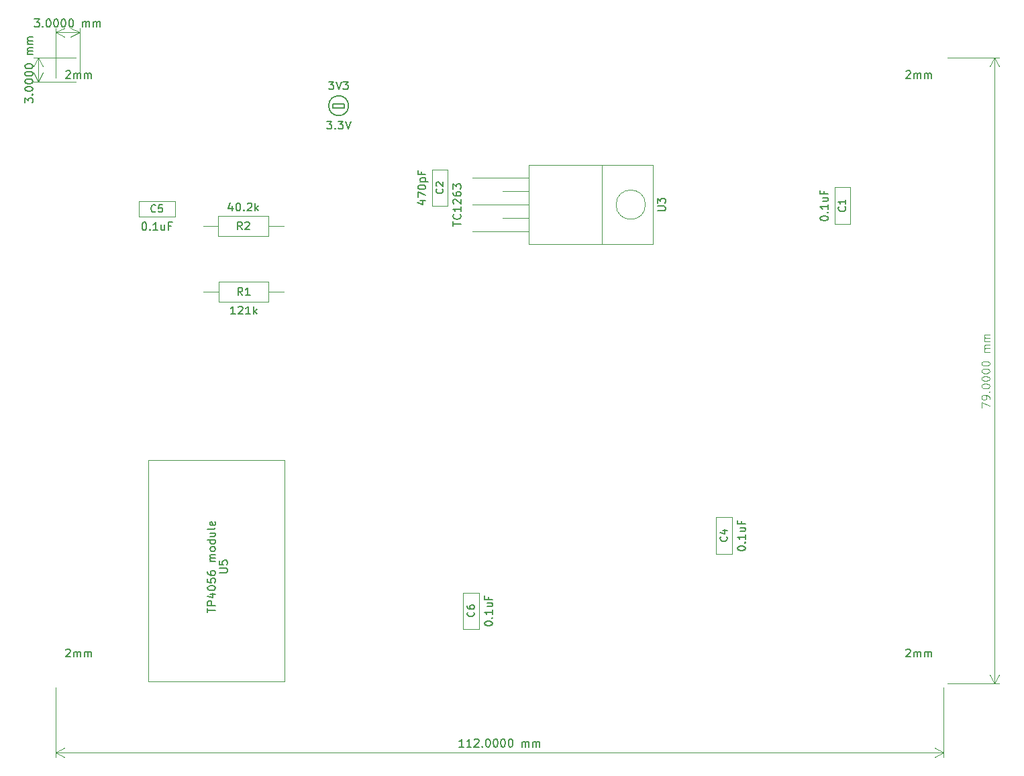
<source format=gbr>
%TF.GenerationSoftware,KiCad,Pcbnew,8.0.8*%
%TF.CreationDate,2025-04-04T13:43:43-04:00*%
%TF.ProjectId,bike_computer,62696b65-5f63-46f6-9d70-757465722e6b,0*%
%TF.SameCoordinates,Original*%
%TF.FileFunction,AssemblyDrawing,Top*%
%FSLAX46Y46*%
G04 Gerber Fmt 4.6, Leading zero omitted, Abs format (unit mm)*
G04 Created by KiCad (PCBNEW 8.0.8) date 2025-04-04 13:43:43*
%MOMM*%
%LPD*%
G01*
G04 APERTURE LIST*
%ADD10C,0.150000*%
%ADD11C,0.100000*%
%ADD12C,0.138000*%
G04 APERTURE END LIST*
D10*
X121332940Y-132303819D02*
X120761512Y-132303819D01*
X121047226Y-132303819D02*
X121047226Y-131303819D01*
X121047226Y-131303819D02*
X120951988Y-131446676D01*
X120951988Y-131446676D02*
X120856750Y-131541914D01*
X120856750Y-131541914D02*
X120761512Y-131589533D01*
X122285321Y-132303819D02*
X121713893Y-132303819D01*
X121999607Y-132303819D02*
X121999607Y-131303819D01*
X121999607Y-131303819D02*
X121904369Y-131446676D01*
X121904369Y-131446676D02*
X121809131Y-131541914D01*
X121809131Y-131541914D02*
X121713893Y-131589533D01*
X122666274Y-131399057D02*
X122713893Y-131351438D01*
X122713893Y-131351438D02*
X122809131Y-131303819D01*
X122809131Y-131303819D02*
X123047226Y-131303819D01*
X123047226Y-131303819D02*
X123142464Y-131351438D01*
X123142464Y-131351438D02*
X123190083Y-131399057D01*
X123190083Y-131399057D02*
X123237702Y-131494295D01*
X123237702Y-131494295D02*
X123237702Y-131589533D01*
X123237702Y-131589533D02*
X123190083Y-131732390D01*
X123190083Y-131732390D02*
X122618655Y-132303819D01*
X122618655Y-132303819D02*
X123237702Y-132303819D01*
X123666274Y-132208580D02*
X123713893Y-132256200D01*
X123713893Y-132256200D02*
X123666274Y-132303819D01*
X123666274Y-132303819D02*
X123618655Y-132256200D01*
X123618655Y-132256200D02*
X123666274Y-132208580D01*
X123666274Y-132208580D02*
X123666274Y-132303819D01*
X124332940Y-131303819D02*
X124428178Y-131303819D01*
X124428178Y-131303819D02*
X124523416Y-131351438D01*
X124523416Y-131351438D02*
X124571035Y-131399057D01*
X124571035Y-131399057D02*
X124618654Y-131494295D01*
X124618654Y-131494295D02*
X124666273Y-131684771D01*
X124666273Y-131684771D02*
X124666273Y-131922866D01*
X124666273Y-131922866D02*
X124618654Y-132113342D01*
X124618654Y-132113342D02*
X124571035Y-132208580D01*
X124571035Y-132208580D02*
X124523416Y-132256200D01*
X124523416Y-132256200D02*
X124428178Y-132303819D01*
X124428178Y-132303819D02*
X124332940Y-132303819D01*
X124332940Y-132303819D02*
X124237702Y-132256200D01*
X124237702Y-132256200D02*
X124190083Y-132208580D01*
X124190083Y-132208580D02*
X124142464Y-132113342D01*
X124142464Y-132113342D02*
X124094845Y-131922866D01*
X124094845Y-131922866D02*
X124094845Y-131684771D01*
X124094845Y-131684771D02*
X124142464Y-131494295D01*
X124142464Y-131494295D02*
X124190083Y-131399057D01*
X124190083Y-131399057D02*
X124237702Y-131351438D01*
X124237702Y-131351438D02*
X124332940Y-131303819D01*
X125285321Y-131303819D02*
X125380559Y-131303819D01*
X125380559Y-131303819D02*
X125475797Y-131351438D01*
X125475797Y-131351438D02*
X125523416Y-131399057D01*
X125523416Y-131399057D02*
X125571035Y-131494295D01*
X125571035Y-131494295D02*
X125618654Y-131684771D01*
X125618654Y-131684771D02*
X125618654Y-131922866D01*
X125618654Y-131922866D02*
X125571035Y-132113342D01*
X125571035Y-132113342D02*
X125523416Y-132208580D01*
X125523416Y-132208580D02*
X125475797Y-132256200D01*
X125475797Y-132256200D02*
X125380559Y-132303819D01*
X125380559Y-132303819D02*
X125285321Y-132303819D01*
X125285321Y-132303819D02*
X125190083Y-132256200D01*
X125190083Y-132256200D02*
X125142464Y-132208580D01*
X125142464Y-132208580D02*
X125094845Y-132113342D01*
X125094845Y-132113342D02*
X125047226Y-131922866D01*
X125047226Y-131922866D02*
X125047226Y-131684771D01*
X125047226Y-131684771D02*
X125094845Y-131494295D01*
X125094845Y-131494295D02*
X125142464Y-131399057D01*
X125142464Y-131399057D02*
X125190083Y-131351438D01*
X125190083Y-131351438D02*
X125285321Y-131303819D01*
X126237702Y-131303819D02*
X126332940Y-131303819D01*
X126332940Y-131303819D02*
X126428178Y-131351438D01*
X126428178Y-131351438D02*
X126475797Y-131399057D01*
X126475797Y-131399057D02*
X126523416Y-131494295D01*
X126523416Y-131494295D02*
X126571035Y-131684771D01*
X126571035Y-131684771D02*
X126571035Y-131922866D01*
X126571035Y-131922866D02*
X126523416Y-132113342D01*
X126523416Y-132113342D02*
X126475797Y-132208580D01*
X126475797Y-132208580D02*
X126428178Y-132256200D01*
X126428178Y-132256200D02*
X126332940Y-132303819D01*
X126332940Y-132303819D02*
X126237702Y-132303819D01*
X126237702Y-132303819D02*
X126142464Y-132256200D01*
X126142464Y-132256200D02*
X126094845Y-132208580D01*
X126094845Y-132208580D02*
X126047226Y-132113342D01*
X126047226Y-132113342D02*
X125999607Y-131922866D01*
X125999607Y-131922866D02*
X125999607Y-131684771D01*
X125999607Y-131684771D02*
X126047226Y-131494295D01*
X126047226Y-131494295D02*
X126094845Y-131399057D01*
X126094845Y-131399057D02*
X126142464Y-131351438D01*
X126142464Y-131351438D02*
X126237702Y-131303819D01*
X127190083Y-131303819D02*
X127285321Y-131303819D01*
X127285321Y-131303819D02*
X127380559Y-131351438D01*
X127380559Y-131351438D02*
X127428178Y-131399057D01*
X127428178Y-131399057D02*
X127475797Y-131494295D01*
X127475797Y-131494295D02*
X127523416Y-131684771D01*
X127523416Y-131684771D02*
X127523416Y-131922866D01*
X127523416Y-131922866D02*
X127475797Y-132113342D01*
X127475797Y-132113342D02*
X127428178Y-132208580D01*
X127428178Y-132208580D02*
X127380559Y-132256200D01*
X127380559Y-132256200D02*
X127285321Y-132303819D01*
X127285321Y-132303819D02*
X127190083Y-132303819D01*
X127190083Y-132303819D02*
X127094845Y-132256200D01*
X127094845Y-132256200D02*
X127047226Y-132208580D01*
X127047226Y-132208580D02*
X126999607Y-132113342D01*
X126999607Y-132113342D02*
X126951988Y-131922866D01*
X126951988Y-131922866D02*
X126951988Y-131684771D01*
X126951988Y-131684771D02*
X126999607Y-131494295D01*
X126999607Y-131494295D02*
X127047226Y-131399057D01*
X127047226Y-131399057D02*
X127094845Y-131351438D01*
X127094845Y-131351438D02*
X127190083Y-131303819D01*
X128713893Y-132303819D02*
X128713893Y-131637152D01*
X128713893Y-131732390D02*
X128761512Y-131684771D01*
X128761512Y-131684771D02*
X128856750Y-131637152D01*
X128856750Y-131637152D02*
X128999607Y-131637152D01*
X128999607Y-131637152D02*
X129094845Y-131684771D01*
X129094845Y-131684771D02*
X129142464Y-131780009D01*
X129142464Y-131780009D02*
X129142464Y-132303819D01*
X129142464Y-131780009D02*
X129190083Y-131684771D01*
X129190083Y-131684771D02*
X129285321Y-131637152D01*
X129285321Y-131637152D02*
X129428178Y-131637152D01*
X129428178Y-131637152D02*
X129523417Y-131684771D01*
X129523417Y-131684771D02*
X129571036Y-131780009D01*
X129571036Y-131780009D02*
X129571036Y-132303819D01*
X130047226Y-132303819D02*
X130047226Y-131637152D01*
X130047226Y-131732390D02*
X130094845Y-131684771D01*
X130094845Y-131684771D02*
X130190083Y-131637152D01*
X130190083Y-131637152D02*
X130332940Y-131637152D01*
X130332940Y-131637152D02*
X130428178Y-131684771D01*
X130428178Y-131684771D02*
X130475797Y-131780009D01*
X130475797Y-131780009D02*
X130475797Y-132303819D01*
X130475797Y-131780009D02*
X130523416Y-131684771D01*
X130523416Y-131684771D02*
X130618654Y-131637152D01*
X130618654Y-131637152D02*
X130761511Y-131637152D01*
X130761511Y-131637152D02*
X130856750Y-131684771D01*
X130856750Y-131684771D02*
X130904369Y-131780009D01*
X130904369Y-131780009D02*
X130904369Y-132303819D01*
D11*
X69856750Y-124801000D02*
X69856750Y-133585420D01*
X181856750Y-124801000D02*
X181856750Y-133585420D01*
X69856750Y-132999000D02*
X181856750Y-132999000D01*
X69856750Y-132999000D02*
X181856750Y-132999000D01*
X69856750Y-132999000D02*
X70983254Y-132412579D01*
X69856750Y-132999000D02*
X70983254Y-133585421D01*
X181856750Y-132999000D02*
X180730246Y-133585421D01*
X181856750Y-132999000D02*
X180730246Y-132412579D01*
X186677419Y-89467665D02*
X186677419Y-88800999D01*
X186677419Y-88800999D02*
X187677419Y-89229570D01*
X187677419Y-88372427D02*
X187677419Y-88181951D01*
X187677419Y-88181951D02*
X187629800Y-88086713D01*
X187629800Y-88086713D02*
X187582180Y-88039094D01*
X187582180Y-88039094D02*
X187439323Y-87943856D01*
X187439323Y-87943856D02*
X187248847Y-87896237D01*
X187248847Y-87896237D02*
X186867895Y-87896237D01*
X186867895Y-87896237D02*
X186772657Y-87943856D01*
X186772657Y-87943856D02*
X186725038Y-87991475D01*
X186725038Y-87991475D02*
X186677419Y-88086713D01*
X186677419Y-88086713D02*
X186677419Y-88277189D01*
X186677419Y-88277189D02*
X186725038Y-88372427D01*
X186725038Y-88372427D02*
X186772657Y-88420046D01*
X186772657Y-88420046D02*
X186867895Y-88467665D01*
X186867895Y-88467665D02*
X187105990Y-88467665D01*
X187105990Y-88467665D02*
X187201228Y-88420046D01*
X187201228Y-88420046D02*
X187248847Y-88372427D01*
X187248847Y-88372427D02*
X187296466Y-88277189D01*
X187296466Y-88277189D02*
X187296466Y-88086713D01*
X187296466Y-88086713D02*
X187248847Y-87991475D01*
X187248847Y-87991475D02*
X187201228Y-87943856D01*
X187201228Y-87943856D02*
X187105990Y-87896237D01*
X187582180Y-87467665D02*
X187629800Y-87420046D01*
X187629800Y-87420046D02*
X187677419Y-87467665D01*
X187677419Y-87467665D02*
X187629800Y-87515284D01*
X187629800Y-87515284D02*
X187582180Y-87467665D01*
X187582180Y-87467665D02*
X187677419Y-87467665D01*
X186677419Y-86800999D02*
X186677419Y-86705761D01*
X186677419Y-86705761D02*
X186725038Y-86610523D01*
X186725038Y-86610523D02*
X186772657Y-86562904D01*
X186772657Y-86562904D02*
X186867895Y-86515285D01*
X186867895Y-86515285D02*
X187058371Y-86467666D01*
X187058371Y-86467666D02*
X187296466Y-86467666D01*
X187296466Y-86467666D02*
X187486942Y-86515285D01*
X187486942Y-86515285D02*
X187582180Y-86562904D01*
X187582180Y-86562904D02*
X187629800Y-86610523D01*
X187629800Y-86610523D02*
X187677419Y-86705761D01*
X187677419Y-86705761D02*
X187677419Y-86800999D01*
X187677419Y-86800999D02*
X187629800Y-86896237D01*
X187629800Y-86896237D02*
X187582180Y-86943856D01*
X187582180Y-86943856D02*
X187486942Y-86991475D01*
X187486942Y-86991475D02*
X187296466Y-87039094D01*
X187296466Y-87039094D02*
X187058371Y-87039094D01*
X187058371Y-87039094D02*
X186867895Y-86991475D01*
X186867895Y-86991475D02*
X186772657Y-86943856D01*
X186772657Y-86943856D02*
X186725038Y-86896237D01*
X186725038Y-86896237D02*
X186677419Y-86800999D01*
X186677419Y-85848618D02*
X186677419Y-85753380D01*
X186677419Y-85753380D02*
X186725038Y-85658142D01*
X186725038Y-85658142D02*
X186772657Y-85610523D01*
X186772657Y-85610523D02*
X186867895Y-85562904D01*
X186867895Y-85562904D02*
X187058371Y-85515285D01*
X187058371Y-85515285D02*
X187296466Y-85515285D01*
X187296466Y-85515285D02*
X187486942Y-85562904D01*
X187486942Y-85562904D02*
X187582180Y-85610523D01*
X187582180Y-85610523D02*
X187629800Y-85658142D01*
X187629800Y-85658142D02*
X187677419Y-85753380D01*
X187677419Y-85753380D02*
X187677419Y-85848618D01*
X187677419Y-85848618D02*
X187629800Y-85943856D01*
X187629800Y-85943856D02*
X187582180Y-85991475D01*
X187582180Y-85991475D02*
X187486942Y-86039094D01*
X187486942Y-86039094D02*
X187296466Y-86086713D01*
X187296466Y-86086713D02*
X187058371Y-86086713D01*
X187058371Y-86086713D02*
X186867895Y-86039094D01*
X186867895Y-86039094D02*
X186772657Y-85991475D01*
X186772657Y-85991475D02*
X186725038Y-85943856D01*
X186725038Y-85943856D02*
X186677419Y-85848618D01*
X186677419Y-84896237D02*
X186677419Y-84800999D01*
X186677419Y-84800999D02*
X186725038Y-84705761D01*
X186725038Y-84705761D02*
X186772657Y-84658142D01*
X186772657Y-84658142D02*
X186867895Y-84610523D01*
X186867895Y-84610523D02*
X187058371Y-84562904D01*
X187058371Y-84562904D02*
X187296466Y-84562904D01*
X187296466Y-84562904D02*
X187486942Y-84610523D01*
X187486942Y-84610523D02*
X187582180Y-84658142D01*
X187582180Y-84658142D02*
X187629800Y-84705761D01*
X187629800Y-84705761D02*
X187677419Y-84800999D01*
X187677419Y-84800999D02*
X187677419Y-84896237D01*
X187677419Y-84896237D02*
X187629800Y-84991475D01*
X187629800Y-84991475D02*
X187582180Y-85039094D01*
X187582180Y-85039094D02*
X187486942Y-85086713D01*
X187486942Y-85086713D02*
X187296466Y-85134332D01*
X187296466Y-85134332D02*
X187058371Y-85134332D01*
X187058371Y-85134332D02*
X186867895Y-85086713D01*
X186867895Y-85086713D02*
X186772657Y-85039094D01*
X186772657Y-85039094D02*
X186725038Y-84991475D01*
X186725038Y-84991475D02*
X186677419Y-84896237D01*
X186677419Y-83943856D02*
X186677419Y-83848618D01*
X186677419Y-83848618D02*
X186725038Y-83753380D01*
X186725038Y-83753380D02*
X186772657Y-83705761D01*
X186772657Y-83705761D02*
X186867895Y-83658142D01*
X186867895Y-83658142D02*
X187058371Y-83610523D01*
X187058371Y-83610523D02*
X187296466Y-83610523D01*
X187296466Y-83610523D02*
X187486942Y-83658142D01*
X187486942Y-83658142D02*
X187582180Y-83705761D01*
X187582180Y-83705761D02*
X187629800Y-83753380D01*
X187629800Y-83753380D02*
X187677419Y-83848618D01*
X187677419Y-83848618D02*
X187677419Y-83943856D01*
X187677419Y-83943856D02*
X187629800Y-84039094D01*
X187629800Y-84039094D02*
X187582180Y-84086713D01*
X187582180Y-84086713D02*
X187486942Y-84134332D01*
X187486942Y-84134332D02*
X187296466Y-84181951D01*
X187296466Y-84181951D02*
X187058371Y-84181951D01*
X187058371Y-84181951D02*
X186867895Y-84134332D01*
X186867895Y-84134332D02*
X186772657Y-84086713D01*
X186772657Y-84086713D02*
X186725038Y-84039094D01*
X186725038Y-84039094D02*
X186677419Y-83943856D01*
X187677419Y-82420046D02*
X187010752Y-82420046D01*
X187105990Y-82420046D02*
X187058371Y-82372427D01*
X187058371Y-82372427D02*
X187010752Y-82277189D01*
X187010752Y-82277189D02*
X187010752Y-82134332D01*
X187010752Y-82134332D02*
X187058371Y-82039094D01*
X187058371Y-82039094D02*
X187153609Y-81991475D01*
X187153609Y-81991475D02*
X187677419Y-81991475D01*
X187153609Y-81991475D02*
X187058371Y-81943856D01*
X187058371Y-81943856D02*
X187010752Y-81848618D01*
X187010752Y-81848618D02*
X187010752Y-81705761D01*
X187010752Y-81705761D02*
X187058371Y-81610522D01*
X187058371Y-81610522D02*
X187153609Y-81562903D01*
X187153609Y-81562903D02*
X187677419Y-81562903D01*
X187677419Y-81086713D02*
X187010752Y-81086713D01*
X187105990Y-81086713D02*
X187058371Y-81039094D01*
X187058371Y-81039094D02*
X187010752Y-80943856D01*
X187010752Y-80943856D02*
X187010752Y-80800999D01*
X187010752Y-80800999D02*
X187058371Y-80705761D01*
X187058371Y-80705761D02*
X187153609Y-80658142D01*
X187153609Y-80658142D02*
X187677419Y-80658142D01*
X187153609Y-80658142D02*
X187058371Y-80610523D01*
X187058371Y-80610523D02*
X187010752Y-80515285D01*
X187010752Y-80515285D02*
X187010752Y-80372428D01*
X187010752Y-80372428D02*
X187058371Y-80277189D01*
X187058371Y-80277189D02*
X187153609Y-80229570D01*
X187153609Y-80229570D02*
X187677419Y-80229570D01*
X182356750Y-124301000D02*
X188906420Y-124301000D01*
X182356750Y-45301000D02*
X188906420Y-45301000D01*
X188320000Y-124301000D02*
X188320000Y-45301000D01*
X188320000Y-124301000D02*
X188320000Y-45301000D01*
X188320000Y-124301000D02*
X187733579Y-123174496D01*
X188320000Y-124301000D02*
X188906421Y-123174496D01*
X188320000Y-45301000D02*
X188906421Y-46427504D01*
X188320000Y-45301000D02*
X187733579Y-46427504D01*
D10*
X67166524Y-40416819D02*
X67785571Y-40416819D01*
X67785571Y-40416819D02*
X67452238Y-40797771D01*
X67452238Y-40797771D02*
X67595095Y-40797771D01*
X67595095Y-40797771D02*
X67690333Y-40845390D01*
X67690333Y-40845390D02*
X67737952Y-40893009D01*
X67737952Y-40893009D02*
X67785571Y-40988247D01*
X67785571Y-40988247D02*
X67785571Y-41226342D01*
X67785571Y-41226342D02*
X67737952Y-41321580D01*
X67737952Y-41321580D02*
X67690333Y-41369200D01*
X67690333Y-41369200D02*
X67595095Y-41416819D01*
X67595095Y-41416819D02*
X67309381Y-41416819D01*
X67309381Y-41416819D02*
X67214143Y-41369200D01*
X67214143Y-41369200D02*
X67166524Y-41321580D01*
X68214143Y-41321580D02*
X68261762Y-41369200D01*
X68261762Y-41369200D02*
X68214143Y-41416819D01*
X68214143Y-41416819D02*
X68166524Y-41369200D01*
X68166524Y-41369200D02*
X68214143Y-41321580D01*
X68214143Y-41321580D02*
X68214143Y-41416819D01*
X68880809Y-40416819D02*
X68976047Y-40416819D01*
X68976047Y-40416819D02*
X69071285Y-40464438D01*
X69071285Y-40464438D02*
X69118904Y-40512057D01*
X69118904Y-40512057D02*
X69166523Y-40607295D01*
X69166523Y-40607295D02*
X69214142Y-40797771D01*
X69214142Y-40797771D02*
X69214142Y-41035866D01*
X69214142Y-41035866D02*
X69166523Y-41226342D01*
X69166523Y-41226342D02*
X69118904Y-41321580D01*
X69118904Y-41321580D02*
X69071285Y-41369200D01*
X69071285Y-41369200D02*
X68976047Y-41416819D01*
X68976047Y-41416819D02*
X68880809Y-41416819D01*
X68880809Y-41416819D02*
X68785571Y-41369200D01*
X68785571Y-41369200D02*
X68737952Y-41321580D01*
X68737952Y-41321580D02*
X68690333Y-41226342D01*
X68690333Y-41226342D02*
X68642714Y-41035866D01*
X68642714Y-41035866D02*
X68642714Y-40797771D01*
X68642714Y-40797771D02*
X68690333Y-40607295D01*
X68690333Y-40607295D02*
X68737952Y-40512057D01*
X68737952Y-40512057D02*
X68785571Y-40464438D01*
X68785571Y-40464438D02*
X68880809Y-40416819D01*
X69833190Y-40416819D02*
X69928428Y-40416819D01*
X69928428Y-40416819D02*
X70023666Y-40464438D01*
X70023666Y-40464438D02*
X70071285Y-40512057D01*
X70071285Y-40512057D02*
X70118904Y-40607295D01*
X70118904Y-40607295D02*
X70166523Y-40797771D01*
X70166523Y-40797771D02*
X70166523Y-41035866D01*
X70166523Y-41035866D02*
X70118904Y-41226342D01*
X70118904Y-41226342D02*
X70071285Y-41321580D01*
X70071285Y-41321580D02*
X70023666Y-41369200D01*
X70023666Y-41369200D02*
X69928428Y-41416819D01*
X69928428Y-41416819D02*
X69833190Y-41416819D01*
X69833190Y-41416819D02*
X69737952Y-41369200D01*
X69737952Y-41369200D02*
X69690333Y-41321580D01*
X69690333Y-41321580D02*
X69642714Y-41226342D01*
X69642714Y-41226342D02*
X69595095Y-41035866D01*
X69595095Y-41035866D02*
X69595095Y-40797771D01*
X69595095Y-40797771D02*
X69642714Y-40607295D01*
X69642714Y-40607295D02*
X69690333Y-40512057D01*
X69690333Y-40512057D02*
X69737952Y-40464438D01*
X69737952Y-40464438D02*
X69833190Y-40416819D01*
X70785571Y-40416819D02*
X70880809Y-40416819D01*
X70880809Y-40416819D02*
X70976047Y-40464438D01*
X70976047Y-40464438D02*
X71023666Y-40512057D01*
X71023666Y-40512057D02*
X71071285Y-40607295D01*
X71071285Y-40607295D02*
X71118904Y-40797771D01*
X71118904Y-40797771D02*
X71118904Y-41035866D01*
X71118904Y-41035866D02*
X71071285Y-41226342D01*
X71071285Y-41226342D02*
X71023666Y-41321580D01*
X71023666Y-41321580D02*
X70976047Y-41369200D01*
X70976047Y-41369200D02*
X70880809Y-41416819D01*
X70880809Y-41416819D02*
X70785571Y-41416819D01*
X70785571Y-41416819D02*
X70690333Y-41369200D01*
X70690333Y-41369200D02*
X70642714Y-41321580D01*
X70642714Y-41321580D02*
X70595095Y-41226342D01*
X70595095Y-41226342D02*
X70547476Y-41035866D01*
X70547476Y-41035866D02*
X70547476Y-40797771D01*
X70547476Y-40797771D02*
X70595095Y-40607295D01*
X70595095Y-40607295D02*
X70642714Y-40512057D01*
X70642714Y-40512057D02*
X70690333Y-40464438D01*
X70690333Y-40464438D02*
X70785571Y-40416819D01*
X71737952Y-40416819D02*
X71833190Y-40416819D01*
X71833190Y-40416819D02*
X71928428Y-40464438D01*
X71928428Y-40464438D02*
X71976047Y-40512057D01*
X71976047Y-40512057D02*
X72023666Y-40607295D01*
X72023666Y-40607295D02*
X72071285Y-40797771D01*
X72071285Y-40797771D02*
X72071285Y-41035866D01*
X72071285Y-41035866D02*
X72023666Y-41226342D01*
X72023666Y-41226342D02*
X71976047Y-41321580D01*
X71976047Y-41321580D02*
X71928428Y-41369200D01*
X71928428Y-41369200D02*
X71833190Y-41416819D01*
X71833190Y-41416819D02*
X71737952Y-41416819D01*
X71737952Y-41416819D02*
X71642714Y-41369200D01*
X71642714Y-41369200D02*
X71595095Y-41321580D01*
X71595095Y-41321580D02*
X71547476Y-41226342D01*
X71547476Y-41226342D02*
X71499857Y-41035866D01*
X71499857Y-41035866D02*
X71499857Y-40797771D01*
X71499857Y-40797771D02*
X71547476Y-40607295D01*
X71547476Y-40607295D02*
X71595095Y-40512057D01*
X71595095Y-40512057D02*
X71642714Y-40464438D01*
X71642714Y-40464438D02*
X71737952Y-40416819D01*
X73261762Y-41416819D02*
X73261762Y-40750152D01*
X73261762Y-40845390D02*
X73309381Y-40797771D01*
X73309381Y-40797771D02*
X73404619Y-40750152D01*
X73404619Y-40750152D02*
X73547476Y-40750152D01*
X73547476Y-40750152D02*
X73642714Y-40797771D01*
X73642714Y-40797771D02*
X73690333Y-40893009D01*
X73690333Y-40893009D02*
X73690333Y-41416819D01*
X73690333Y-40893009D02*
X73737952Y-40797771D01*
X73737952Y-40797771D02*
X73833190Y-40750152D01*
X73833190Y-40750152D02*
X73976047Y-40750152D01*
X73976047Y-40750152D02*
X74071286Y-40797771D01*
X74071286Y-40797771D02*
X74118905Y-40893009D01*
X74118905Y-40893009D02*
X74118905Y-41416819D01*
X74595095Y-41416819D02*
X74595095Y-40750152D01*
X74595095Y-40845390D02*
X74642714Y-40797771D01*
X74642714Y-40797771D02*
X74737952Y-40750152D01*
X74737952Y-40750152D02*
X74880809Y-40750152D01*
X74880809Y-40750152D02*
X74976047Y-40797771D01*
X74976047Y-40797771D02*
X75023666Y-40893009D01*
X75023666Y-40893009D02*
X75023666Y-41416819D01*
X75023666Y-40893009D02*
X75071285Y-40797771D01*
X75071285Y-40797771D02*
X75166523Y-40750152D01*
X75166523Y-40750152D02*
X75309380Y-40750152D01*
X75309380Y-40750152D02*
X75404619Y-40797771D01*
X75404619Y-40797771D02*
X75452238Y-40893009D01*
X75452238Y-40893009D02*
X75452238Y-41416819D01*
D11*
X72857000Y-47799000D02*
X72857000Y-41525580D01*
X69857000Y-47799000D02*
X69857000Y-41525580D01*
X72857000Y-42112000D02*
X69857000Y-42112000D01*
X72857000Y-42112000D02*
X69857000Y-42112000D01*
X72857000Y-42112000D02*
X71730496Y-42698421D01*
X72857000Y-42112000D02*
X71730496Y-41525579D01*
X69857000Y-42112000D02*
X70983504Y-41525579D01*
X69857000Y-42112000D02*
X70983504Y-42698421D01*
D10*
X65968819Y-50989475D02*
X65968819Y-50370428D01*
X65968819Y-50370428D02*
X66349771Y-50703761D01*
X66349771Y-50703761D02*
X66349771Y-50560904D01*
X66349771Y-50560904D02*
X66397390Y-50465666D01*
X66397390Y-50465666D02*
X66445009Y-50418047D01*
X66445009Y-50418047D02*
X66540247Y-50370428D01*
X66540247Y-50370428D02*
X66778342Y-50370428D01*
X66778342Y-50370428D02*
X66873580Y-50418047D01*
X66873580Y-50418047D02*
X66921200Y-50465666D01*
X66921200Y-50465666D02*
X66968819Y-50560904D01*
X66968819Y-50560904D02*
X66968819Y-50846618D01*
X66968819Y-50846618D02*
X66921200Y-50941856D01*
X66921200Y-50941856D02*
X66873580Y-50989475D01*
X66873580Y-49941856D02*
X66921200Y-49894237D01*
X66921200Y-49894237D02*
X66968819Y-49941856D01*
X66968819Y-49941856D02*
X66921200Y-49989475D01*
X66921200Y-49989475D02*
X66873580Y-49941856D01*
X66873580Y-49941856D02*
X66968819Y-49941856D01*
X65968819Y-49275190D02*
X65968819Y-49179952D01*
X65968819Y-49179952D02*
X66016438Y-49084714D01*
X66016438Y-49084714D02*
X66064057Y-49037095D01*
X66064057Y-49037095D02*
X66159295Y-48989476D01*
X66159295Y-48989476D02*
X66349771Y-48941857D01*
X66349771Y-48941857D02*
X66587866Y-48941857D01*
X66587866Y-48941857D02*
X66778342Y-48989476D01*
X66778342Y-48989476D02*
X66873580Y-49037095D01*
X66873580Y-49037095D02*
X66921200Y-49084714D01*
X66921200Y-49084714D02*
X66968819Y-49179952D01*
X66968819Y-49179952D02*
X66968819Y-49275190D01*
X66968819Y-49275190D02*
X66921200Y-49370428D01*
X66921200Y-49370428D02*
X66873580Y-49418047D01*
X66873580Y-49418047D02*
X66778342Y-49465666D01*
X66778342Y-49465666D02*
X66587866Y-49513285D01*
X66587866Y-49513285D02*
X66349771Y-49513285D01*
X66349771Y-49513285D02*
X66159295Y-49465666D01*
X66159295Y-49465666D02*
X66064057Y-49418047D01*
X66064057Y-49418047D02*
X66016438Y-49370428D01*
X66016438Y-49370428D02*
X65968819Y-49275190D01*
X65968819Y-48322809D02*
X65968819Y-48227571D01*
X65968819Y-48227571D02*
X66016438Y-48132333D01*
X66016438Y-48132333D02*
X66064057Y-48084714D01*
X66064057Y-48084714D02*
X66159295Y-48037095D01*
X66159295Y-48037095D02*
X66349771Y-47989476D01*
X66349771Y-47989476D02*
X66587866Y-47989476D01*
X66587866Y-47989476D02*
X66778342Y-48037095D01*
X66778342Y-48037095D02*
X66873580Y-48084714D01*
X66873580Y-48084714D02*
X66921200Y-48132333D01*
X66921200Y-48132333D02*
X66968819Y-48227571D01*
X66968819Y-48227571D02*
X66968819Y-48322809D01*
X66968819Y-48322809D02*
X66921200Y-48418047D01*
X66921200Y-48418047D02*
X66873580Y-48465666D01*
X66873580Y-48465666D02*
X66778342Y-48513285D01*
X66778342Y-48513285D02*
X66587866Y-48560904D01*
X66587866Y-48560904D02*
X66349771Y-48560904D01*
X66349771Y-48560904D02*
X66159295Y-48513285D01*
X66159295Y-48513285D02*
X66064057Y-48465666D01*
X66064057Y-48465666D02*
X66016438Y-48418047D01*
X66016438Y-48418047D02*
X65968819Y-48322809D01*
X65968819Y-47370428D02*
X65968819Y-47275190D01*
X65968819Y-47275190D02*
X66016438Y-47179952D01*
X66016438Y-47179952D02*
X66064057Y-47132333D01*
X66064057Y-47132333D02*
X66159295Y-47084714D01*
X66159295Y-47084714D02*
X66349771Y-47037095D01*
X66349771Y-47037095D02*
X66587866Y-47037095D01*
X66587866Y-47037095D02*
X66778342Y-47084714D01*
X66778342Y-47084714D02*
X66873580Y-47132333D01*
X66873580Y-47132333D02*
X66921200Y-47179952D01*
X66921200Y-47179952D02*
X66968819Y-47275190D01*
X66968819Y-47275190D02*
X66968819Y-47370428D01*
X66968819Y-47370428D02*
X66921200Y-47465666D01*
X66921200Y-47465666D02*
X66873580Y-47513285D01*
X66873580Y-47513285D02*
X66778342Y-47560904D01*
X66778342Y-47560904D02*
X66587866Y-47608523D01*
X66587866Y-47608523D02*
X66349771Y-47608523D01*
X66349771Y-47608523D02*
X66159295Y-47560904D01*
X66159295Y-47560904D02*
X66064057Y-47513285D01*
X66064057Y-47513285D02*
X66016438Y-47465666D01*
X66016438Y-47465666D02*
X65968819Y-47370428D01*
X65968819Y-46418047D02*
X65968819Y-46322809D01*
X65968819Y-46322809D02*
X66016438Y-46227571D01*
X66016438Y-46227571D02*
X66064057Y-46179952D01*
X66064057Y-46179952D02*
X66159295Y-46132333D01*
X66159295Y-46132333D02*
X66349771Y-46084714D01*
X66349771Y-46084714D02*
X66587866Y-46084714D01*
X66587866Y-46084714D02*
X66778342Y-46132333D01*
X66778342Y-46132333D02*
X66873580Y-46179952D01*
X66873580Y-46179952D02*
X66921200Y-46227571D01*
X66921200Y-46227571D02*
X66968819Y-46322809D01*
X66968819Y-46322809D02*
X66968819Y-46418047D01*
X66968819Y-46418047D02*
X66921200Y-46513285D01*
X66921200Y-46513285D02*
X66873580Y-46560904D01*
X66873580Y-46560904D02*
X66778342Y-46608523D01*
X66778342Y-46608523D02*
X66587866Y-46656142D01*
X66587866Y-46656142D02*
X66349771Y-46656142D01*
X66349771Y-46656142D02*
X66159295Y-46608523D01*
X66159295Y-46608523D02*
X66064057Y-46560904D01*
X66064057Y-46560904D02*
X66016438Y-46513285D01*
X66016438Y-46513285D02*
X65968819Y-46418047D01*
X66968819Y-44894237D02*
X66302152Y-44894237D01*
X66397390Y-44894237D02*
X66349771Y-44846618D01*
X66349771Y-44846618D02*
X66302152Y-44751380D01*
X66302152Y-44751380D02*
X66302152Y-44608523D01*
X66302152Y-44608523D02*
X66349771Y-44513285D01*
X66349771Y-44513285D02*
X66445009Y-44465666D01*
X66445009Y-44465666D02*
X66968819Y-44465666D01*
X66445009Y-44465666D02*
X66349771Y-44418047D01*
X66349771Y-44418047D02*
X66302152Y-44322809D01*
X66302152Y-44322809D02*
X66302152Y-44179952D01*
X66302152Y-44179952D02*
X66349771Y-44084713D01*
X66349771Y-44084713D02*
X66445009Y-44037094D01*
X66445009Y-44037094D02*
X66968819Y-44037094D01*
X66968819Y-43560904D02*
X66302152Y-43560904D01*
X66397390Y-43560904D02*
X66349771Y-43513285D01*
X66349771Y-43513285D02*
X66302152Y-43418047D01*
X66302152Y-43418047D02*
X66302152Y-43275190D01*
X66302152Y-43275190D02*
X66349771Y-43179952D01*
X66349771Y-43179952D02*
X66445009Y-43132333D01*
X66445009Y-43132333D02*
X66968819Y-43132333D01*
X66445009Y-43132333D02*
X66349771Y-43084714D01*
X66349771Y-43084714D02*
X66302152Y-42989476D01*
X66302152Y-42989476D02*
X66302152Y-42846619D01*
X66302152Y-42846619D02*
X66349771Y-42751380D01*
X66349771Y-42751380D02*
X66445009Y-42703761D01*
X66445009Y-42703761D02*
X66968819Y-42703761D01*
D11*
X72357000Y-48299000D02*
X67077580Y-48299000D01*
X67077580Y-45299000D02*
X72355000Y-45299000D01*
X67664000Y-48299000D02*
X67664000Y-45299000D01*
X67664000Y-48299000D02*
X67664000Y-45299000D01*
X67664000Y-48299000D02*
X67077579Y-47172496D01*
X67664000Y-48299000D02*
X68250421Y-47172496D01*
X67664000Y-45299000D02*
X68250421Y-46425504D01*
X67664000Y-45299000D02*
X67077579Y-46425504D01*
D10*
X80967143Y-66074819D02*
X81062381Y-66074819D01*
X81062381Y-66074819D02*
X81157619Y-66122438D01*
X81157619Y-66122438D02*
X81205238Y-66170057D01*
X81205238Y-66170057D02*
X81252857Y-66265295D01*
X81252857Y-66265295D02*
X81300476Y-66455771D01*
X81300476Y-66455771D02*
X81300476Y-66693866D01*
X81300476Y-66693866D02*
X81252857Y-66884342D01*
X81252857Y-66884342D02*
X81205238Y-66979580D01*
X81205238Y-66979580D02*
X81157619Y-67027200D01*
X81157619Y-67027200D02*
X81062381Y-67074819D01*
X81062381Y-67074819D02*
X80967143Y-67074819D01*
X80967143Y-67074819D02*
X80871905Y-67027200D01*
X80871905Y-67027200D02*
X80824286Y-66979580D01*
X80824286Y-66979580D02*
X80776667Y-66884342D01*
X80776667Y-66884342D02*
X80729048Y-66693866D01*
X80729048Y-66693866D02*
X80729048Y-66455771D01*
X80729048Y-66455771D02*
X80776667Y-66265295D01*
X80776667Y-66265295D02*
X80824286Y-66170057D01*
X80824286Y-66170057D02*
X80871905Y-66122438D01*
X80871905Y-66122438D02*
X80967143Y-66074819D01*
X81729048Y-66979580D02*
X81776667Y-67027200D01*
X81776667Y-67027200D02*
X81729048Y-67074819D01*
X81729048Y-67074819D02*
X81681429Y-67027200D01*
X81681429Y-67027200D02*
X81729048Y-66979580D01*
X81729048Y-66979580D02*
X81729048Y-67074819D01*
X82729047Y-67074819D02*
X82157619Y-67074819D01*
X82443333Y-67074819D02*
X82443333Y-66074819D01*
X82443333Y-66074819D02*
X82348095Y-66217676D01*
X82348095Y-66217676D02*
X82252857Y-66312914D01*
X82252857Y-66312914D02*
X82157619Y-66360533D01*
X83586190Y-66408152D02*
X83586190Y-67074819D01*
X83157619Y-66408152D02*
X83157619Y-66931961D01*
X83157619Y-66931961D02*
X83205238Y-67027200D01*
X83205238Y-67027200D02*
X83300476Y-67074819D01*
X83300476Y-67074819D02*
X83443333Y-67074819D01*
X83443333Y-67074819D02*
X83538571Y-67027200D01*
X83538571Y-67027200D02*
X83586190Y-66979580D01*
X84395714Y-66551009D02*
X84062381Y-66551009D01*
X84062381Y-67074819D02*
X84062381Y-66074819D01*
X84062381Y-66074819D02*
X84538571Y-66074819D01*
D12*
X82456666Y-64700814D02*
X82412857Y-64744624D01*
X82412857Y-64744624D02*
X82281428Y-64788433D01*
X82281428Y-64788433D02*
X82193809Y-64788433D01*
X82193809Y-64788433D02*
X82062381Y-64744624D01*
X82062381Y-64744624D02*
X81974762Y-64657004D01*
X81974762Y-64657004D02*
X81930952Y-64569385D01*
X81930952Y-64569385D02*
X81887143Y-64394147D01*
X81887143Y-64394147D02*
X81887143Y-64262719D01*
X81887143Y-64262719D02*
X81930952Y-64087481D01*
X81930952Y-64087481D02*
X81974762Y-63999862D01*
X81974762Y-63999862D02*
X82062381Y-63912243D01*
X82062381Y-63912243D02*
X82193809Y-63868433D01*
X82193809Y-63868433D02*
X82281428Y-63868433D01*
X82281428Y-63868433D02*
X82412857Y-63912243D01*
X82412857Y-63912243D02*
X82456666Y-63956052D01*
X83289047Y-63868433D02*
X82850952Y-63868433D01*
X82850952Y-63868433D02*
X82807143Y-64306528D01*
X82807143Y-64306528D02*
X82850952Y-64262719D01*
X82850952Y-64262719D02*
X82938571Y-64218909D01*
X82938571Y-64218909D02*
X83157619Y-64218909D01*
X83157619Y-64218909D02*
X83245238Y-64262719D01*
X83245238Y-64262719D02*
X83289047Y-64306528D01*
X83289047Y-64306528D02*
X83332857Y-64394147D01*
X83332857Y-64394147D02*
X83332857Y-64613195D01*
X83332857Y-64613195D02*
X83289047Y-64700814D01*
X83289047Y-64700814D02*
X83245238Y-64744624D01*
X83245238Y-64744624D02*
X83157619Y-64788433D01*
X83157619Y-64788433D02*
X82938571Y-64788433D01*
X82938571Y-64788433D02*
X82850952Y-64744624D01*
X82850952Y-64744624D02*
X82807143Y-64700814D01*
D10*
X115858152Y-63342857D02*
X116524819Y-63342857D01*
X115477200Y-63580952D02*
X116191485Y-63819047D01*
X116191485Y-63819047D02*
X116191485Y-63200000D01*
X115524819Y-62914285D02*
X115524819Y-62247619D01*
X115524819Y-62247619D02*
X116524819Y-62676190D01*
X115524819Y-61676190D02*
X115524819Y-61580952D01*
X115524819Y-61580952D02*
X115572438Y-61485714D01*
X115572438Y-61485714D02*
X115620057Y-61438095D01*
X115620057Y-61438095D02*
X115715295Y-61390476D01*
X115715295Y-61390476D02*
X115905771Y-61342857D01*
X115905771Y-61342857D02*
X116143866Y-61342857D01*
X116143866Y-61342857D02*
X116334342Y-61390476D01*
X116334342Y-61390476D02*
X116429580Y-61438095D01*
X116429580Y-61438095D02*
X116477200Y-61485714D01*
X116477200Y-61485714D02*
X116524819Y-61580952D01*
X116524819Y-61580952D02*
X116524819Y-61676190D01*
X116524819Y-61676190D02*
X116477200Y-61771428D01*
X116477200Y-61771428D02*
X116429580Y-61819047D01*
X116429580Y-61819047D02*
X116334342Y-61866666D01*
X116334342Y-61866666D02*
X116143866Y-61914285D01*
X116143866Y-61914285D02*
X115905771Y-61914285D01*
X115905771Y-61914285D02*
X115715295Y-61866666D01*
X115715295Y-61866666D02*
X115620057Y-61819047D01*
X115620057Y-61819047D02*
X115572438Y-61771428D01*
X115572438Y-61771428D02*
X115524819Y-61676190D01*
X115858152Y-60914285D02*
X116858152Y-60914285D01*
X115905771Y-60914285D02*
X115858152Y-60819047D01*
X115858152Y-60819047D02*
X115858152Y-60628571D01*
X115858152Y-60628571D02*
X115905771Y-60533333D01*
X115905771Y-60533333D02*
X115953390Y-60485714D01*
X115953390Y-60485714D02*
X116048628Y-60438095D01*
X116048628Y-60438095D02*
X116334342Y-60438095D01*
X116334342Y-60438095D02*
X116429580Y-60485714D01*
X116429580Y-60485714D02*
X116477200Y-60533333D01*
X116477200Y-60533333D02*
X116524819Y-60628571D01*
X116524819Y-60628571D02*
X116524819Y-60819047D01*
X116524819Y-60819047D02*
X116477200Y-60914285D01*
X116001009Y-59676190D02*
X116001009Y-60009523D01*
X116524819Y-60009523D02*
X115524819Y-60009523D01*
X115524819Y-60009523D02*
X115524819Y-59533333D01*
D12*
X118650814Y-61853333D02*
X118694624Y-61897142D01*
X118694624Y-61897142D02*
X118738433Y-62028571D01*
X118738433Y-62028571D02*
X118738433Y-62116190D01*
X118738433Y-62116190D02*
X118694624Y-62247618D01*
X118694624Y-62247618D02*
X118607004Y-62335237D01*
X118607004Y-62335237D02*
X118519385Y-62379047D01*
X118519385Y-62379047D02*
X118344147Y-62422856D01*
X118344147Y-62422856D02*
X118212719Y-62422856D01*
X118212719Y-62422856D02*
X118037481Y-62379047D01*
X118037481Y-62379047D02*
X117949862Y-62335237D01*
X117949862Y-62335237D02*
X117862243Y-62247618D01*
X117862243Y-62247618D02*
X117818433Y-62116190D01*
X117818433Y-62116190D02*
X117818433Y-62028571D01*
X117818433Y-62028571D02*
X117862243Y-61897142D01*
X117862243Y-61897142D02*
X117906052Y-61853333D01*
X117906052Y-61502856D02*
X117862243Y-61459047D01*
X117862243Y-61459047D02*
X117818433Y-61371428D01*
X117818433Y-61371428D02*
X117818433Y-61152380D01*
X117818433Y-61152380D02*
X117862243Y-61064761D01*
X117862243Y-61064761D02*
X117906052Y-61020952D01*
X117906052Y-61020952D02*
X117993671Y-60977142D01*
X117993671Y-60977142D02*
X118081290Y-60977142D01*
X118081290Y-60977142D02*
X118212719Y-61020952D01*
X118212719Y-61020952D02*
X118738433Y-61546666D01*
X118738433Y-61546666D02*
X118738433Y-60977142D01*
D10*
X155874819Y-107262856D02*
X155874819Y-107167618D01*
X155874819Y-107167618D02*
X155922438Y-107072380D01*
X155922438Y-107072380D02*
X155970057Y-107024761D01*
X155970057Y-107024761D02*
X156065295Y-106977142D01*
X156065295Y-106977142D02*
X156255771Y-106929523D01*
X156255771Y-106929523D02*
X156493866Y-106929523D01*
X156493866Y-106929523D02*
X156684342Y-106977142D01*
X156684342Y-106977142D02*
X156779580Y-107024761D01*
X156779580Y-107024761D02*
X156827200Y-107072380D01*
X156827200Y-107072380D02*
X156874819Y-107167618D01*
X156874819Y-107167618D02*
X156874819Y-107262856D01*
X156874819Y-107262856D02*
X156827200Y-107358094D01*
X156827200Y-107358094D02*
X156779580Y-107405713D01*
X156779580Y-107405713D02*
X156684342Y-107453332D01*
X156684342Y-107453332D02*
X156493866Y-107500951D01*
X156493866Y-107500951D02*
X156255771Y-107500951D01*
X156255771Y-107500951D02*
X156065295Y-107453332D01*
X156065295Y-107453332D02*
X155970057Y-107405713D01*
X155970057Y-107405713D02*
X155922438Y-107358094D01*
X155922438Y-107358094D02*
X155874819Y-107262856D01*
X156779580Y-106500951D02*
X156827200Y-106453332D01*
X156827200Y-106453332D02*
X156874819Y-106500951D01*
X156874819Y-106500951D02*
X156827200Y-106548570D01*
X156827200Y-106548570D02*
X156779580Y-106500951D01*
X156779580Y-106500951D02*
X156874819Y-106500951D01*
X156874819Y-105500952D02*
X156874819Y-106072380D01*
X156874819Y-105786666D02*
X155874819Y-105786666D01*
X155874819Y-105786666D02*
X156017676Y-105881904D01*
X156017676Y-105881904D02*
X156112914Y-105977142D01*
X156112914Y-105977142D02*
X156160533Y-106072380D01*
X156208152Y-104643809D02*
X156874819Y-104643809D01*
X156208152Y-105072380D02*
X156731961Y-105072380D01*
X156731961Y-105072380D02*
X156827200Y-105024761D01*
X156827200Y-105024761D02*
X156874819Y-104929523D01*
X156874819Y-104929523D02*
X156874819Y-104786666D01*
X156874819Y-104786666D02*
X156827200Y-104691428D01*
X156827200Y-104691428D02*
X156779580Y-104643809D01*
X156351009Y-103834285D02*
X156351009Y-104167618D01*
X156874819Y-104167618D02*
X155874819Y-104167618D01*
X155874819Y-104167618D02*
X155874819Y-103691428D01*
D12*
X154500814Y-105773333D02*
X154544624Y-105817142D01*
X154544624Y-105817142D02*
X154588433Y-105948571D01*
X154588433Y-105948571D02*
X154588433Y-106036190D01*
X154588433Y-106036190D02*
X154544624Y-106167618D01*
X154544624Y-106167618D02*
X154457004Y-106255237D01*
X154457004Y-106255237D02*
X154369385Y-106299047D01*
X154369385Y-106299047D02*
X154194147Y-106342856D01*
X154194147Y-106342856D02*
X154062719Y-106342856D01*
X154062719Y-106342856D02*
X153887481Y-106299047D01*
X153887481Y-106299047D02*
X153799862Y-106255237D01*
X153799862Y-106255237D02*
X153712243Y-106167618D01*
X153712243Y-106167618D02*
X153668433Y-106036190D01*
X153668433Y-106036190D02*
X153668433Y-105948571D01*
X153668433Y-105948571D02*
X153712243Y-105817142D01*
X153712243Y-105817142D02*
X153756052Y-105773333D01*
X153975100Y-104984761D02*
X154588433Y-104984761D01*
X153624624Y-105203809D02*
X154281766Y-105422856D01*
X154281766Y-105422856D02*
X154281766Y-104853333D01*
D10*
X104301905Y-48304819D02*
X104920952Y-48304819D01*
X104920952Y-48304819D02*
X104587619Y-48685771D01*
X104587619Y-48685771D02*
X104730476Y-48685771D01*
X104730476Y-48685771D02*
X104825714Y-48733390D01*
X104825714Y-48733390D02*
X104873333Y-48781009D01*
X104873333Y-48781009D02*
X104920952Y-48876247D01*
X104920952Y-48876247D02*
X104920952Y-49114342D01*
X104920952Y-49114342D02*
X104873333Y-49209580D01*
X104873333Y-49209580D02*
X104825714Y-49257200D01*
X104825714Y-49257200D02*
X104730476Y-49304819D01*
X104730476Y-49304819D02*
X104444762Y-49304819D01*
X104444762Y-49304819D02*
X104349524Y-49257200D01*
X104349524Y-49257200D02*
X104301905Y-49209580D01*
X105206667Y-48304819D02*
X105540000Y-49304819D01*
X105540000Y-49304819D02*
X105873333Y-48304819D01*
X106111429Y-48304819D02*
X106730476Y-48304819D01*
X106730476Y-48304819D02*
X106397143Y-48685771D01*
X106397143Y-48685771D02*
X106540000Y-48685771D01*
X106540000Y-48685771D02*
X106635238Y-48733390D01*
X106635238Y-48733390D02*
X106682857Y-48781009D01*
X106682857Y-48781009D02*
X106730476Y-48876247D01*
X106730476Y-48876247D02*
X106730476Y-49114342D01*
X106730476Y-49114342D02*
X106682857Y-49209580D01*
X106682857Y-49209580D02*
X106635238Y-49257200D01*
X106635238Y-49257200D02*
X106540000Y-49304819D01*
X106540000Y-49304819D02*
X106254286Y-49304819D01*
X106254286Y-49304819D02*
X106159048Y-49257200D01*
X106159048Y-49257200D02*
X106111429Y-49209580D01*
X104063810Y-53304819D02*
X104682857Y-53304819D01*
X104682857Y-53304819D02*
X104349524Y-53685771D01*
X104349524Y-53685771D02*
X104492381Y-53685771D01*
X104492381Y-53685771D02*
X104587619Y-53733390D01*
X104587619Y-53733390D02*
X104635238Y-53781009D01*
X104635238Y-53781009D02*
X104682857Y-53876247D01*
X104682857Y-53876247D02*
X104682857Y-54114342D01*
X104682857Y-54114342D02*
X104635238Y-54209580D01*
X104635238Y-54209580D02*
X104587619Y-54257200D01*
X104587619Y-54257200D02*
X104492381Y-54304819D01*
X104492381Y-54304819D02*
X104206667Y-54304819D01*
X104206667Y-54304819D02*
X104111429Y-54257200D01*
X104111429Y-54257200D02*
X104063810Y-54209580D01*
X105111429Y-54209580D02*
X105159048Y-54257200D01*
X105159048Y-54257200D02*
X105111429Y-54304819D01*
X105111429Y-54304819D02*
X105063810Y-54257200D01*
X105063810Y-54257200D02*
X105111429Y-54209580D01*
X105111429Y-54209580D02*
X105111429Y-54304819D01*
X105492381Y-53304819D02*
X106111428Y-53304819D01*
X106111428Y-53304819D02*
X105778095Y-53685771D01*
X105778095Y-53685771D02*
X105920952Y-53685771D01*
X105920952Y-53685771D02*
X106016190Y-53733390D01*
X106016190Y-53733390D02*
X106063809Y-53781009D01*
X106063809Y-53781009D02*
X106111428Y-53876247D01*
X106111428Y-53876247D02*
X106111428Y-54114342D01*
X106111428Y-54114342D02*
X106063809Y-54209580D01*
X106063809Y-54209580D02*
X106016190Y-54257200D01*
X106016190Y-54257200D02*
X105920952Y-54304819D01*
X105920952Y-54304819D02*
X105635238Y-54304819D01*
X105635238Y-54304819D02*
X105540000Y-54257200D01*
X105540000Y-54257200D02*
X105492381Y-54209580D01*
X106397143Y-53304819D02*
X106730476Y-54304819D01*
X106730476Y-54304819D02*
X107063809Y-53304819D01*
X119976819Y-66534475D02*
X119976819Y-65963047D01*
X120976819Y-66248761D02*
X119976819Y-66248761D01*
X120881580Y-65058285D02*
X120929200Y-65105904D01*
X120929200Y-65105904D02*
X120976819Y-65248761D01*
X120976819Y-65248761D02*
X120976819Y-65343999D01*
X120976819Y-65343999D02*
X120929200Y-65486856D01*
X120929200Y-65486856D02*
X120833961Y-65582094D01*
X120833961Y-65582094D02*
X120738723Y-65629713D01*
X120738723Y-65629713D02*
X120548247Y-65677332D01*
X120548247Y-65677332D02*
X120405390Y-65677332D01*
X120405390Y-65677332D02*
X120214914Y-65629713D01*
X120214914Y-65629713D02*
X120119676Y-65582094D01*
X120119676Y-65582094D02*
X120024438Y-65486856D01*
X120024438Y-65486856D02*
X119976819Y-65343999D01*
X119976819Y-65343999D02*
X119976819Y-65248761D01*
X119976819Y-65248761D02*
X120024438Y-65105904D01*
X120024438Y-65105904D02*
X120072057Y-65058285D01*
X120976819Y-64105904D02*
X120976819Y-64677332D01*
X120976819Y-64391618D02*
X119976819Y-64391618D01*
X119976819Y-64391618D02*
X120119676Y-64486856D01*
X120119676Y-64486856D02*
X120214914Y-64582094D01*
X120214914Y-64582094D02*
X120262533Y-64677332D01*
X120072057Y-63724951D02*
X120024438Y-63677332D01*
X120024438Y-63677332D02*
X119976819Y-63582094D01*
X119976819Y-63582094D02*
X119976819Y-63343999D01*
X119976819Y-63343999D02*
X120024438Y-63248761D01*
X120024438Y-63248761D02*
X120072057Y-63201142D01*
X120072057Y-63201142D02*
X120167295Y-63153523D01*
X120167295Y-63153523D02*
X120262533Y-63153523D01*
X120262533Y-63153523D02*
X120405390Y-63201142D01*
X120405390Y-63201142D02*
X120976819Y-63772570D01*
X120976819Y-63772570D02*
X120976819Y-63153523D01*
X119976819Y-62296380D02*
X119976819Y-62486856D01*
X119976819Y-62486856D02*
X120024438Y-62582094D01*
X120024438Y-62582094D02*
X120072057Y-62629713D01*
X120072057Y-62629713D02*
X120214914Y-62724951D01*
X120214914Y-62724951D02*
X120405390Y-62772570D01*
X120405390Y-62772570D02*
X120786342Y-62772570D01*
X120786342Y-62772570D02*
X120881580Y-62724951D01*
X120881580Y-62724951D02*
X120929200Y-62677332D01*
X120929200Y-62677332D02*
X120976819Y-62582094D01*
X120976819Y-62582094D02*
X120976819Y-62391618D01*
X120976819Y-62391618D02*
X120929200Y-62296380D01*
X120929200Y-62296380D02*
X120881580Y-62248761D01*
X120881580Y-62248761D02*
X120786342Y-62201142D01*
X120786342Y-62201142D02*
X120548247Y-62201142D01*
X120548247Y-62201142D02*
X120453009Y-62248761D01*
X120453009Y-62248761D02*
X120405390Y-62296380D01*
X120405390Y-62296380D02*
X120357771Y-62391618D01*
X120357771Y-62391618D02*
X120357771Y-62582094D01*
X120357771Y-62582094D02*
X120405390Y-62677332D01*
X120405390Y-62677332D02*
X120453009Y-62724951D01*
X120453009Y-62724951D02*
X120548247Y-62772570D01*
X119976819Y-61867808D02*
X119976819Y-61248761D01*
X119976819Y-61248761D02*
X120357771Y-61582094D01*
X120357771Y-61582094D02*
X120357771Y-61439237D01*
X120357771Y-61439237D02*
X120405390Y-61343999D01*
X120405390Y-61343999D02*
X120453009Y-61296380D01*
X120453009Y-61296380D02*
X120548247Y-61248761D01*
X120548247Y-61248761D02*
X120786342Y-61248761D01*
X120786342Y-61248761D02*
X120881580Y-61296380D01*
X120881580Y-61296380D02*
X120929200Y-61343999D01*
X120929200Y-61343999D02*
X120976819Y-61439237D01*
X120976819Y-61439237D02*
X120976819Y-61724951D01*
X120976819Y-61724951D02*
X120929200Y-61820189D01*
X120929200Y-61820189D02*
X120881580Y-61867808D01*
X145776819Y-64605904D02*
X146586342Y-64605904D01*
X146586342Y-64605904D02*
X146681580Y-64558285D01*
X146681580Y-64558285D02*
X146729200Y-64510666D01*
X146729200Y-64510666D02*
X146776819Y-64415428D01*
X146776819Y-64415428D02*
X146776819Y-64224952D01*
X146776819Y-64224952D02*
X146729200Y-64129714D01*
X146729200Y-64129714D02*
X146681580Y-64082095D01*
X146681580Y-64082095D02*
X146586342Y-64034476D01*
X146586342Y-64034476D02*
X145776819Y-64034476D01*
X145776819Y-63653523D02*
X145776819Y-63034476D01*
X145776819Y-63034476D02*
X146157771Y-63367809D01*
X146157771Y-63367809D02*
X146157771Y-63224952D01*
X146157771Y-63224952D02*
X146205390Y-63129714D01*
X146205390Y-63129714D02*
X146253009Y-63082095D01*
X146253009Y-63082095D02*
X146348247Y-63034476D01*
X146348247Y-63034476D02*
X146586342Y-63034476D01*
X146586342Y-63034476D02*
X146681580Y-63082095D01*
X146681580Y-63082095D02*
X146729200Y-63129714D01*
X146729200Y-63129714D02*
X146776819Y-63224952D01*
X146776819Y-63224952D02*
X146776819Y-63510666D01*
X146776819Y-63510666D02*
X146729200Y-63605904D01*
X146729200Y-63605904D02*
X146681580Y-63653523D01*
X177139953Y-120027057D02*
X177187572Y-119979438D01*
X177187572Y-119979438D02*
X177282810Y-119931819D01*
X177282810Y-119931819D02*
X177520905Y-119931819D01*
X177520905Y-119931819D02*
X177616143Y-119979438D01*
X177616143Y-119979438D02*
X177663762Y-120027057D01*
X177663762Y-120027057D02*
X177711381Y-120122295D01*
X177711381Y-120122295D02*
X177711381Y-120217533D01*
X177711381Y-120217533D02*
X177663762Y-120360390D01*
X177663762Y-120360390D02*
X177092334Y-120931819D01*
X177092334Y-120931819D02*
X177711381Y-120931819D01*
X178139953Y-120931819D02*
X178139953Y-120265152D01*
X178139953Y-120360390D02*
X178187572Y-120312771D01*
X178187572Y-120312771D02*
X178282810Y-120265152D01*
X178282810Y-120265152D02*
X178425667Y-120265152D01*
X178425667Y-120265152D02*
X178520905Y-120312771D01*
X178520905Y-120312771D02*
X178568524Y-120408009D01*
X178568524Y-120408009D02*
X178568524Y-120931819D01*
X178568524Y-120408009D02*
X178616143Y-120312771D01*
X178616143Y-120312771D02*
X178711381Y-120265152D01*
X178711381Y-120265152D02*
X178854238Y-120265152D01*
X178854238Y-120265152D02*
X178949477Y-120312771D01*
X178949477Y-120312771D02*
X178997096Y-120408009D01*
X178997096Y-120408009D02*
X178997096Y-120931819D01*
X179473286Y-120931819D02*
X179473286Y-120265152D01*
X179473286Y-120360390D02*
X179520905Y-120312771D01*
X179520905Y-120312771D02*
X179616143Y-120265152D01*
X179616143Y-120265152D02*
X179759000Y-120265152D01*
X179759000Y-120265152D02*
X179854238Y-120312771D01*
X179854238Y-120312771D02*
X179901857Y-120408009D01*
X179901857Y-120408009D02*
X179901857Y-120931819D01*
X179901857Y-120408009D02*
X179949476Y-120312771D01*
X179949476Y-120312771D02*
X180044714Y-120265152D01*
X180044714Y-120265152D02*
X180187571Y-120265152D01*
X180187571Y-120265152D02*
X180282810Y-120312771D01*
X180282810Y-120312771D02*
X180330429Y-120408009D01*
X180330429Y-120408009D02*
X180330429Y-120931819D01*
X123954819Y-116762856D02*
X123954819Y-116667618D01*
X123954819Y-116667618D02*
X124002438Y-116572380D01*
X124002438Y-116572380D02*
X124050057Y-116524761D01*
X124050057Y-116524761D02*
X124145295Y-116477142D01*
X124145295Y-116477142D02*
X124335771Y-116429523D01*
X124335771Y-116429523D02*
X124573866Y-116429523D01*
X124573866Y-116429523D02*
X124764342Y-116477142D01*
X124764342Y-116477142D02*
X124859580Y-116524761D01*
X124859580Y-116524761D02*
X124907200Y-116572380D01*
X124907200Y-116572380D02*
X124954819Y-116667618D01*
X124954819Y-116667618D02*
X124954819Y-116762856D01*
X124954819Y-116762856D02*
X124907200Y-116858094D01*
X124907200Y-116858094D02*
X124859580Y-116905713D01*
X124859580Y-116905713D02*
X124764342Y-116953332D01*
X124764342Y-116953332D02*
X124573866Y-117000951D01*
X124573866Y-117000951D02*
X124335771Y-117000951D01*
X124335771Y-117000951D02*
X124145295Y-116953332D01*
X124145295Y-116953332D02*
X124050057Y-116905713D01*
X124050057Y-116905713D02*
X124002438Y-116858094D01*
X124002438Y-116858094D02*
X123954819Y-116762856D01*
X124859580Y-116000951D02*
X124907200Y-115953332D01*
X124907200Y-115953332D02*
X124954819Y-116000951D01*
X124954819Y-116000951D02*
X124907200Y-116048570D01*
X124907200Y-116048570D02*
X124859580Y-116000951D01*
X124859580Y-116000951D02*
X124954819Y-116000951D01*
X124954819Y-115000952D02*
X124954819Y-115572380D01*
X124954819Y-115286666D02*
X123954819Y-115286666D01*
X123954819Y-115286666D02*
X124097676Y-115381904D01*
X124097676Y-115381904D02*
X124192914Y-115477142D01*
X124192914Y-115477142D02*
X124240533Y-115572380D01*
X124288152Y-114143809D02*
X124954819Y-114143809D01*
X124288152Y-114572380D02*
X124811961Y-114572380D01*
X124811961Y-114572380D02*
X124907200Y-114524761D01*
X124907200Y-114524761D02*
X124954819Y-114429523D01*
X124954819Y-114429523D02*
X124954819Y-114286666D01*
X124954819Y-114286666D02*
X124907200Y-114191428D01*
X124907200Y-114191428D02*
X124859580Y-114143809D01*
X124431009Y-113334285D02*
X124431009Y-113667618D01*
X124954819Y-113667618D02*
X123954819Y-113667618D01*
X123954819Y-113667618D02*
X123954819Y-113191428D01*
D12*
X122580814Y-115273333D02*
X122624624Y-115317142D01*
X122624624Y-115317142D02*
X122668433Y-115448571D01*
X122668433Y-115448571D02*
X122668433Y-115536190D01*
X122668433Y-115536190D02*
X122624624Y-115667618D01*
X122624624Y-115667618D02*
X122537004Y-115755237D01*
X122537004Y-115755237D02*
X122449385Y-115799047D01*
X122449385Y-115799047D02*
X122274147Y-115842856D01*
X122274147Y-115842856D02*
X122142719Y-115842856D01*
X122142719Y-115842856D02*
X121967481Y-115799047D01*
X121967481Y-115799047D02*
X121879862Y-115755237D01*
X121879862Y-115755237D02*
X121792243Y-115667618D01*
X121792243Y-115667618D02*
X121748433Y-115536190D01*
X121748433Y-115536190D02*
X121748433Y-115448571D01*
X121748433Y-115448571D02*
X121792243Y-115317142D01*
X121792243Y-115317142D02*
X121836052Y-115273333D01*
X121748433Y-114484761D02*
X121748433Y-114659999D01*
X121748433Y-114659999D02*
X121792243Y-114747618D01*
X121792243Y-114747618D02*
X121836052Y-114791428D01*
X121836052Y-114791428D02*
X121967481Y-114879047D01*
X121967481Y-114879047D02*
X122142719Y-114922856D01*
X122142719Y-114922856D02*
X122493195Y-114922856D01*
X122493195Y-114922856D02*
X122580814Y-114879047D01*
X122580814Y-114879047D02*
X122624624Y-114835237D01*
X122624624Y-114835237D02*
X122668433Y-114747618D01*
X122668433Y-114747618D02*
X122668433Y-114572380D01*
X122668433Y-114572380D02*
X122624624Y-114484761D01*
X122624624Y-114484761D02*
X122580814Y-114440952D01*
X122580814Y-114440952D02*
X122493195Y-114397142D01*
X122493195Y-114397142D02*
X122274147Y-114397142D01*
X122274147Y-114397142D02*
X122186528Y-114440952D01*
X122186528Y-114440952D02*
X122142719Y-114484761D01*
X122142719Y-114484761D02*
X122098909Y-114572380D01*
X122098909Y-114572380D02*
X122098909Y-114747618D01*
X122098909Y-114747618D02*
X122142719Y-114835237D01*
X122142719Y-114835237D02*
X122186528Y-114879047D01*
X122186528Y-114879047D02*
X122274147Y-114922856D01*
D10*
X71138953Y-120027057D02*
X71186572Y-119979438D01*
X71186572Y-119979438D02*
X71281810Y-119931819D01*
X71281810Y-119931819D02*
X71519905Y-119931819D01*
X71519905Y-119931819D02*
X71615143Y-119979438D01*
X71615143Y-119979438D02*
X71662762Y-120027057D01*
X71662762Y-120027057D02*
X71710381Y-120122295D01*
X71710381Y-120122295D02*
X71710381Y-120217533D01*
X71710381Y-120217533D02*
X71662762Y-120360390D01*
X71662762Y-120360390D02*
X71091334Y-120931819D01*
X71091334Y-120931819D02*
X71710381Y-120931819D01*
X72138953Y-120931819D02*
X72138953Y-120265152D01*
X72138953Y-120360390D02*
X72186572Y-120312771D01*
X72186572Y-120312771D02*
X72281810Y-120265152D01*
X72281810Y-120265152D02*
X72424667Y-120265152D01*
X72424667Y-120265152D02*
X72519905Y-120312771D01*
X72519905Y-120312771D02*
X72567524Y-120408009D01*
X72567524Y-120408009D02*
X72567524Y-120931819D01*
X72567524Y-120408009D02*
X72615143Y-120312771D01*
X72615143Y-120312771D02*
X72710381Y-120265152D01*
X72710381Y-120265152D02*
X72853238Y-120265152D01*
X72853238Y-120265152D02*
X72948477Y-120312771D01*
X72948477Y-120312771D02*
X72996096Y-120408009D01*
X72996096Y-120408009D02*
X72996096Y-120931819D01*
X73472286Y-120931819D02*
X73472286Y-120265152D01*
X73472286Y-120360390D02*
X73519905Y-120312771D01*
X73519905Y-120312771D02*
X73615143Y-120265152D01*
X73615143Y-120265152D02*
X73758000Y-120265152D01*
X73758000Y-120265152D02*
X73853238Y-120312771D01*
X73853238Y-120312771D02*
X73900857Y-120408009D01*
X73900857Y-120408009D02*
X73900857Y-120931819D01*
X73900857Y-120408009D02*
X73948476Y-120312771D01*
X73948476Y-120312771D02*
X74043714Y-120265152D01*
X74043714Y-120265152D02*
X74186571Y-120265152D01*
X74186571Y-120265152D02*
X74281810Y-120312771D01*
X74281810Y-120312771D02*
X74329429Y-120408009D01*
X74329429Y-120408009D02*
X74329429Y-120931819D01*
X177139953Y-47026057D02*
X177187572Y-46978438D01*
X177187572Y-46978438D02*
X177282810Y-46930819D01*
X177282810Y-46930819D02*
X177520905Y-46930819D01*
X177520905Y-46930819D02*
X177616143Y-46978438D01*
X177616143Y-46978438D02*
X177663762Y-47026057D01*
X177663762Y-47026057D02*
X177711381Y-47121295D01*
X177711381Y-47121295D02*
X177711381Y-47216533D01*
X177711381Y-47216533D02*
X177663762Y-47359390D01*
X177663762Y-47359390D02*
X177092334Y-47930819D01*
X177092334Y-47930819D02*
X177711381Y-47930819D01*
X178139953Y-47930819D02*
X178139953Y-47264152D01*
X178139953Y-47359390D02*
X178187572Y-47311771D01*
X178187572Y-47311771D02*
X178282810Y-47264152D01*
X178282810Y-47264152D02*
X178425667Y-47264152D01*
X178425667Y-47264152D02*
X178520905Y-47311771D01*
X178520905Y-47311771D02*
X178568524Y-47407009D01*
X178568524Y-47407009D02*
X178568524Y-47930819D01*
X178568524Y-47407009D02*
X178616143Y-47311771D01*
X178616143Y-47311771D02*
X178711381Y-47264152D01*
X178711381Y-47264152D02*
X178854238Y-47264152D01*
X178854238Y-47264152D02*
X178949477Y-47311771D01*
X178949477Y-47311771D02*
X178997096Y-47407009D01*
X178997096Y-47407009D02*
X178997096Y-47930819D01*
X179473286Y-47930819D02*
X179473286Y-47264152D01*
X179473286Y-47359390D02*
X179520905Y-47311771D01*
X179520905Y-47311771D02*
X179616143Y-47264152D01*
X179616143Y-47264152D02*
X179759000Y-47264152D01*
X179759000Y-47264152D02*
X179854238Y-47311771D01*
X179854238Y-47311771D02*
X179901857Y-47407009D01*
X179901857Y-47407009D02*
X179901857Y-47930819D01*
X179901857Y-47407009D02*
X179949476Y-47311771D01*
X179949476Y-47311771D02*
X180044714Y-47264152D01*
X180044714Y-47264152D02*
X180187571Y-47264152D01*
X180187571Y-47264152D02*
X180282810Y-47311771D01*
X180282810Y-47311771D02*
X180330429Y-47407009D01*
X180330429Y-47407009D02*
X180330429Y-47930819D01*
X71138953Y-47026057D02*
X71186572Y-46978438D01*
X71186572Y-46978438D02*
X71281810Y-46930819D01*
X71281810Y-46930819D02*
X71519905Y-46930819D01*
X71519905Y-46930819D02*
X71615143Y-46978438D01*
X71615143Y-46978438D02*
X71662762Y-47026057D01*
X71662762Y-47026057D02*
X71710381Y-47121295D01*
X71710381Y-47121295D02*
X71710381Y-47216533D01*
X71710381Y-47216533D02*
X71662762Y-47359390D01*
X71662762Y-47359390D02*
X71091334Y-47930819D01*
X71091334Y-47930819D02*
X71710381Y-47930819D01*
X72138953Y-47930819D02*
X72138953Y-47264152D01*
X72138953Y-47359390D02*
X72186572Y-47311771D01*
X72186572Y-47311771D02*
X72281810Y-47264152D01*
X72281810Y-47264152D02*
X72424667Y-47264152D01*
X72424667Y-47264152D02*
X72519905Y-47311771D01*
X72519905Y-47311771D02*
X72567524Y-47407009D01*
X72567524Y-47407009D02*
X72567524Y-47930819D01*
X72567524Y-47407009D02*
X72615143Y-47311771D01*
X72615143Y-47311771D02*
X72710381Y-47264152D01*
X72710381Y-47264152D02*
X72853238Y-47264152D01*
X72853238Y-47264152D02*
X72948477Y-47311771D01*
X72948477Y-47311771D02*
X72996096Y-47407009D01*
X72996096Y-47407009D02*
X72996096Y-47930819D01*
X73472286Y-47930819D02*
X73472286Y-47264152D01*
X73472286Y-47359390D02*
X73519905Y-47311771D01*
X73519905Y-47311771D02*
X73615143Y-47264152D01*
X73615143Y-47264152D02*
X73758000Y-47264152D01*
X73758000Y-47264152D02*
X73853238Y-47311771D01*
X73853238Y-47311771D02*
X73900857Y-47407009D01*
X73900857Y-47407009D02*
X73900857Y-47930819D01*
X73900857Y-47407009D02*
X73948476Y-47311771D01*
X73948476Y-47311771D02*
X74043714Y-47264152D01*
X74043714Y-47264152D02*
X74186571Y-47264152D01*
X74186571Y-47264152D02*
X74281810Y-47311771D01*
X74281810Y-47311771D02*
X74329429Y-47407009D01*
X74329429Y-47407009D02*
X74329429Y-47930819D01*
X92498571Y-77664819D02*
X91927143Y-77664819D01*
X92212857Y-77664819D02*
X92212857Y-76664819D01*
X92212857Y-76664819D02*
X92117619Y-76807676D01*
X92117619Y-76807676D02*
X92022381Y-76902914D01*
X92022381Y-76902914D02*
X91927143Y-76950533D01*
X92879524Y-76760057D02*
X92927143Y-76712438D01*
X92927143Y-76712438D02*
X93022381Y-76664819D01*
X93022381Y-76664819D02*
X93260476Y-76664819D01*
X93260476Y-76664819D02*
X93355714Y-76712438D01*
X93355714Y-76712438D02*
X93403333Y-76760057D01*
X93403333Y-76760057D02*
X93450952Y-76855295D01*
X93450952Y-76855295D02*
X93450952Y-76950533D01*
X93450952Y-76950533D02*
X93403333Y-77093390D01*
X93403333Y-77093390D02*
X92831905Y-77664819D01*
X92831905Y-77664819D02*
X93450952Y-77664819D01*
X94403333Y-77664819D02*
X93831905Y-77664819D01*
X94117619Y-77664819D02*
X94117619Y-76664819D01*
X94117619Y-76664819D02*
X94022381Y-76807676D01*
X94022381Y-76807676D02*
X93927143Y-76902914D01*
X93927143Y-76902914D02*
X93831905Y-76950533D01*
X94831905Y-77664819D02*
X94831905Y-76664819D01*
X94927143Y-77283866D02*
X95212857Y-77664819D01*
X95212857Y-76998152D02*
X94831905Y-77379104D01*
X93403333Y-75294819D02*
X93070000Y-74818628D01*
X92831905Y-75294819D02*
X92831905Y-74294819D01*
X92831905Y-74294819D02*
X93212857Y-74294819D01*
X93212857Y-74294819D02*
X93308095Y-74342438D01*
X93308095Y-74342438D02*
X93355714Y-74390057D01*
X93355714Y-74390057D02*
X93403333Y-74485295D01*
X93403333Y-74485295D02*
X93403333Y-74628152D01*
X93403333Y-74628152D02*
X93355714Y-74723390D01*
X93355714Y-74723390D02*
X93308095Y-74771009D01*
X93308095Y-74771009D02*
X93212857Y-74818628D01*
X93212857Y-74818628D02*
X92831905Y-74818628D01*
X94355714Y-75294819D02*
X93784286Y-75294819D01*
X94070000Y-75294819D02*
X94070000Y-74294819D01*
X94070000Y-74294819D02*
X93974762Y-74437676D01*
X93974762Y-74437676D02*
X93879524Y-74532914D01*
X93879524Y-74532914D02*
X93784286Y-74580533D01*
X88999819Y-115336714D02*
X88999819Y-114765286D01*
X89999819Y-115051000D02*
X88999819Y-115051000D01*
X89999819Y-114431952D02*
X88999819Y-114431952D01*
X88999819Y-114431952D02*
X88999819Y-114051000D01*
X88999819Y-114051000D02*
X89047438Y-113955762D01*
X89047438Y-113955762D02*
X89095057Y-113908143D01*
X89095057Y-113908143D02*
X89190295Y-113860524D01*
X89190295Y-113860524D02*
X89333152Y-113860524D01*
X89333152Y-113860524D02*
X89428390Y-113908143D01*
X89428390Y-113908143D02*
X89476009Y-113955762D01*
X89476009Y-113955762D02*
X89523628Y-114051000D01*
X89523628Y-114051000D02*
X89523628Y-114431952D01*
X89333152Y-113003381D02*
X89999819Y-113003381D01*
X88952200Y-113241476D02*
X89666485Y-113479571D01*
X89666485Y-113479571D02*
X89666485Y-112860524D01*
X88999819Y-112289095D02*
X88999819Y-112193857D01*
X88999819Y-112193857D02*
X89047438Y-112098619D01*
X89047438Y-112098619D02*
X89095057Y-112051000D01*
X89095057Y-112051000D02*
X89190295Y-112003381D01*
X89190295Y-112003381D02*
X89380771Y-111955762D01*
X89380771Y-111955762D02*
X89618866Y-111955762D01*
X89618866Y-111955762D02*
X89809342Y-112003381D01*
X89809342Y-112003381D02*
X89904580Y-112051000D01*
X89904580Y-112051000D02*
X89952200Y-112098619D01*
X89952200Y-112098619D02*
X89999819Y-112193857D01*
X89999819Y-112193857D02*
X89999819Y-112289095D01*
X89999819Y-112289095D02*
X89952200Y-112384333D01*
X89952200Y-112384333D02*
X89904580Y-112431952D01*
X89904580Y-112431952D02*
X89809342Y-112479571D01*
X89809342Y-112479571D02*
X89618866Y-112527190D01*
X89618866Y-112527190D02*
X89380771Y-112527190D01*
X89380771Y-112527190D02*
X89190295Y-112479571D01*
X89190295Y-112479571D02*
X89095057Y-112431952D01*
X89095057Y-112431952D02*
X89047438Y-112384333D01*
X89047438Y-112384333D02*
X88999819Y-112289095D01*
X88999819Y-111051000D02*
X88999819Y-111527190D01*
X88999819Y-111527190D02*
X89476009Y-111574809D01*
X89476009Y-111574809D02*
X89428390Y-111527190D01*
X89428390Y-111527190D02*
X89380771Y-111431952D01*
X89380771Y-111431952D02*
X89380771Y-111193857D01*
X89380771Y-111193857D02*
X89428390Y-111098619D01*
X89428390Y-111098619D02*
X89476009Y-111051000D01*
X89476009Y-111051000D02*
X89571247Y-111003381D01*
X89571247Y-111003381D02*
X89809342Y-111003381D01*
X89809342Y-111003381D02*
X89904580Y-111051000D01*
X89904580Y-111051000D02*
X89952200Y-111098619D01*
X89952200Y-111098619D02*
X89999819Y-111193857D01*
X89999819Y-111193857D02*
X89999819Y-111431952D01*
X89999819Y-111431952D02*
X89952200Y-111527190D01*
X89952200Y-111527190D02*
X89904580Y-111574809D01*
X88999819Y-110146238D02*
X88999819Y-110336714D01*
X88999819Y-110336714D02*
X89047438Y-110431952D01*
X89047438Y-110431952D02*
X89095057Y-110479571D01*
X89095057Y-110479571D02*
X89237914Y-110574809D01*
X89237914Y-110574809D02*
X89428390Y-110622428D01*
X89428390Y-110622428D02*
X89809342Y-110622428D01*
X89809342Y-110622428D02*
X89904580Y-110574809D01*
X89904580Y-110574809D02*
X89952200Y-110527190D01*
X89952200Y-110527190D02*
X89999819Y-110431952D01*
X89999819Y-110431952D02*
X89999819Y-110241476D01*
X89999819Y-110241476D02*
X89952200Y-110146238D01*
X89952200Y-110146238D02*
X89904580Y-110098619D01*
X89904580Y-110098619D02*
X89809342Y-110051000D01*
X89809342Y-110051000D02*
X89571247Y-110051000D01*
X89571247Y-110051000D02*
X89476009Y-110098619D01*
X89476009Y-110098619D02*
X89428390Y-110146238D01*
X89428390Y-110146238D02*
X89380771Y-110241476D01*
X89380771Y-110241476D02*
X89380771Y-110431952D01*
X89380771Y-110431952D02*
X89428390Y-110527190D01*
X89428390Y-110527190D02*
X89476009Y-110574809D01*
X89476009Y-110574809D02*
X89571247Y-110622428D01*
X89999819Y-108860523D02*
X89333152Y-108860523D01*
X89428390Y-108860523D02*
X89380771Y-108812904D01*
X89380771Y-108812904D02*
X89333152Y-108717666D01*
X89333152Y-108717666D02*
X89333152Y-108574809D01*
X89333152Y-108574809D02*
X89380771Y-108479571D01*
X89380771Y-108479571D02*
X89476009Y-108431952D01*
X89476009Y-108431952D02*
X89999819Y-108431952D01*
X89476009Y-108431952D02*
X89380771Y-108384333D01*
X89380771Y-108384333D02*
X89333152Y-108289095D01*
X89333152Y-108289095D02*
X89333152Y-108146238D01*
X89333152Y-108146238D02*
X89380771Y-108050999D01*
X89380771Y-108050999D02*
X89476009Y-108003380D01*
X89476009Y-108003380D02*
X89999819Y-108003380D01*
X89999819Y-107384333D02*
X89952200Y-107479571D01*
X89952200Y-107479571D02*
X89904580Y-107527190D01*
X89904580Y-107527190D02*
X89809342Y-107574809D01*
X89809342Y-107574809D02*
X89523628Y-107574809D01*
X89523628Y-107574809D02*
X89428390Y-107527190D01*
X89428390Y-107527190D02*
X89380771Y-107479571D01*
X89380771Y-107479571D02*
X89333152Y-107384333D01*
X89333152Y-107384333D02*
X89333152Y-107241476D01*
X89333152Y-107241476D02*
X89380771Y-107146238D01*
X89380771Y-107146238D02*
X89428390Y-107098619D01*
X89428390Y-107098619D02*
X89523628Y-107051000D01*
X89523628Y-107051000D02*
X89809342Y-107051000D01*
X89809342Y-107051000D02*
X89904580Y-107098619D01*
X89904580Y-107098619D02*
X89952200Y-107146238D01*
X89952200Y-107146238D02*
X89999819Y-107241476D01*
X89999819Y-107241476D02*
X89999819Y-107384333D01*
X89999819Y-106193857D02*
X88999819Y-106193857D01*
X89952200Y-106193857D02*
X89999819Y-106289095D01*
X89999819Y-106289095D02*
X89999819Y-106479571D01*
X89999819Y-106479571D02*
X89952200Y-106574809D01*
X89952200Y-106574809D02*
X89904580Y-106622428D01*
X89904580Y-106622428D02*
X89809342Y-106670047D01*
X89809342Y-106670047D02*
X89523628Y-106670047D01*
X89523628Y-106670047D02*
X89428390Y-106622428D01*
X89428390Y-106622428D02*
X89380771Y-106574809D01*
X89380771Y-106574809D02*
X89333152Y-106479571D01*
X89333152Y-106479571D02*
X89333152Y-106289095D01*
X89333152Y-106289095D02*
X89380771Y-106193857D01*
X89333152Y-105289095D02*
X89999819Y-105289095D01*
X89333152Y-105717666D02*
X89856961Y-105717666D01*
X89856961Y-105717666D02*
X89952200Y-105670047D01*
X89952200Y-105670047D02*
X89999819Y-105574809D01*
X89999819Y-105574809D02*
X89999819Y-105431952D01*
X89999819Y-105431952D02*
X89952200Y-105336714D01*
X89952200Y-105336714D02*
X89904580Y-105289095D01*
X89999819Y-104670047D02*
X89952200Y-104765285D01*
X89952200Y-104765285D02*
X89856961Y-104812904D01*
X89856961Y-104812904D02*
X88999819Y-104812904D01*
X89952200Y-103908142D02*
X89999819Y-104003380D01*
X89999819Y-104003380D02*
X89999819Y-104193856D01*
X89999819Y-104193856D02*
X89952200Y-104289094D01*
X89952200Y-104289094D02*
X89856961Y-104336713D01*
X89856961Y-104336713D02*
X89476009Y-104336713D01*
X89476009Y-104336713D02*
X89380771Y-104289094D01*
X89380771Y-104289094D02*
X89333152Y-104193856D01*
X89333152Y-104193856D02*
X89333152Y-104003380D01*
X89333152Y-104003380D02*
X89380771Y-103908142D01*
X89380771Y-103908142D02*
X89476009Y-103860523D01*
X89476009Y-103860523D02*
X89571247Y-103860523D01*
X89571247Y-103860523D02*
X89666485Y-104336713D01*
X90499819Y-110312904D02*
X91309342Y-110312904D01*
X91309342Y-110312904D02*
X91404580Y-110265285D01*
X91404580Y-110265285D02*
X91452200Y-110217666D01*
X91452200Y-110217666D02*
X91499819Y-110122428D01*
X91499819Y-110122428D02*
X91499819Y-109931952D01*
X91499819Y-109931952D02*
X91452200Y-109836714D01*
X91452200Y-109836714D02*
X91404580Y-109789095D01*
X91404580Y-109789095D02*
X91309342Y-109741476D01*
X91309342Y-109741476D02*
X90499819Y-109741476D01*
X90499819Y-108789095D02*
X90499819Y-109265285D01*
X90499819Y-109265285D02*
X90976009Y-109312904D01*
X90976009Y-109312904D02*
X90928390Y-109265285D01*
X90928390Y-109265285D02*
X90880771Y-109170047D01*
X90880771Y-109170047D02*
X90880771Y-108931952D01*
X90880771Y-108931952D02*
X90928390Y-108836714D01*
X90928390Y-108836714D02*
X90976009Y-108789095D01*
X90976009Y-108789095D02*
X91071247Y-108741476D01*
X91071247Y-108741476D02*
X91309342Y-108741476D01*
X91309342Y-108741476D02*
X91404580Y-108789095D01*
X91404580Y-108789095D02*
X91452200Y-108836714D01*
X91452200Y-108836714D02*
X91499819Y-108931952D01*
X91499819Y-108931952D02*
X91499819Y-109170047D01*
X91499819Y-109170047D02*
X91452200Y-109265285D01*
X91452200Y-109265285D02*
X91404580Y-109312904D01*
X92115238Y-63968152D02*
X92115238Y-64634819D01*
X91877143Y-63587200D02*
X91639048Y-64301485D01*
X91639048Y-64301485D02*
X92258095Y-64301485D01*
X92829524Y-63634819D02*
X92924762Y-63634819D01*
X92924762Y-63634819D02*
X93020000Y-63682438D01*
X93020000Y-63682438D02*
X93067619Y-63730057D01*
X93067619Y-63730057D02*
X93115238Y-63825295D01*
X93115238Y-63825295D02*
X93162857Y-64015771D01*
X93162857Y-64015771D02*
X93162857Y-64253866D01*
X93162857Y-64253866D02*
X93115238Y-64444342D01*
X93115238Y-64444342D02*
X93067619Y-64539580D01*
X93067619Y-64539580D02*
X93020000Y-64587200D01*
X93020000Y-64587200D02*
X92924762Y-64634819D01*
X92924762Y-64634819D02*
X92829524Y-64634819D01*
X92829524Y-64634819D02*
X92734286Y-64587200D01*
X92734286Y-64587200D02*
X92686667Y-64539580D01*
X92686667Y-64539580D02*
X92639048Y-64444342D01*
X92639048Y-64444342D02*
X92591429Y-64253866D01*
X92591429Y-64253866D02*
X92591429Y-64015771D01*
X92591429Y-64015771D02*
X92639048Y-63825295D01*
X92639048Y-63825295D02*
X92686667Y-63730057D01*
X92686667Y-63730057D02*
X92734286Y-63682438D01*
X92734286Y-63682438D02*
X92829524Y-63634819D01*
X93591429Y-64539580D02*
X93639048Y-64587200D01*
X93639048Y-64587200D02*
X93591429Y-64634819D01*
X93591429Y-64634819D02*
X93543810Y-64587200D01*
X93543810Y-64587200D02*
X93591429Y-64539580D01*
X93591429Y-64539580D02*
X93591429Y-64634819D01*
X94020000Y-63730057D02*
X94067619Y-63682438D01*
X94067619Y-63682438D02*
X94162857Y-63634819D01*
X94162857Y-63634819D02*
X94400952Y-63634819D01*
X94400952Y-63634819D02*
X94496190Y-63682438D01*
X94496190Y-63682438D02*
X94543809Y-63730057D01*
X94543809Y-63730057D02*
X94591428Y-63825295D01*
X94591428Y-63825295D02*
X94591428Y-63920533D01*
X94591428Y-63920533D02*
X94543809Y-64063390D01*
X94543809Y-64063390D02*
X93972381Y-64634819D01*
X93972381Y-64634819D02*
X94591428Y-64634819D01*
X95020000Y-64634819D02*
X95020000Y-63634819D01*
X95115238Y-64253866D02*
X95400952Y-64634819D01*
X95400952Y-63968152D02*
X95020000Y-64349104D01*
X93353333Y-67004819D02*
X93020000Y-66528628D01*
X92781905Y-67004819D02*
X92781905Y-66004819D01*
X92781905Y-66004819D02*
X93162857Y-66004819D01*
X93162857Y-66004819D02*
X93258095Y-66052438D01*
X93258095Y-66052438D02*
X93305714Y-66100057D01*
X93305714Y-66100057D02*
X93353333Y-66195295D01*
X93353333Y-66195295D02*
X93353333Y-66338152D01*
X93353333Y-66338152D02*
X93305714Y-66433390D01*
X93305714Y-66433390D02*
X93258095Y-66481009D01*
X93258095Y-66481009D02*
X93162857Y-66528628D01*
X93162857Y-66528628D02*
X92781905Y-66528628D01*
X93734286Y-66100057D02*
X93781905Y-66052438D01*
X93781905Y-66052438D02*
X93877143Y-66004819D01*
X93877143Y-66004819D02*
X94115238Y-66004819D01*
X94115238Y-66004819D02*
X94210476Y-66052438D01*
X94210476Y-66052438D02*
X94258095Y-66100057D01*
X94258095Y-66100057D02*
X94305714Y-66195295D01*
X94305714Y-66195295D02*
X94305714Y-66290533D01*
X94305714Y-66290533D02*
X94258095Y-66433390D01*
X94258095Y-66433390D02*
X93686667Y-67004819D01*
X93686667Y-67004819D02*
X94305714Y-67004819D01*
X166304819Y-65602856D02*
X166304819Y-65507618D01*
X166304819Y-65507618D02*
X166352438Y-65412380D01*
X166352438Y-65412380D02*
X166400057Y-65364761D01*
X166400057Y-65364761D02*
X166495295Y-65317142D01*
X166495295Y-65317142D02*
X166685771Y-65269523D01*
X166685771Y-65269523D02*
X166923866Y-65269523D01*
X166923866Y-65269523D02*
X167114342Y-65317142D01*
X167114342Y-65317142D02*
X167209580Y-65364761D01*
X167209580Y-65364761D02*
X167257200Y-65412380D01*
X167257200Y-65412380D02*
X167304819Y-65507618D01*
X167304819Y-65507618D02*
X167304819Y-65602856D01*
X167304819Y-65602856D02*
X167257200Y-65698094D01*
X167257200Y-65698094D02*
X167209580Y-65745713D01*
X167209580Y-65745713D02*
X167114342Y-65793332D01*
X167114342Y-65793332D02*
X166923866Y-65840951D01*
X166923866Y-65840951D02*
X166685771Y-65840951D01*
X166685771Y-65840951D02*
X166495295Y-65793332D01*
X166495295Y-65793332D02*
X166400057Y-65745713D01*
X166400057Y-65745713D02*
X166352438Y-65698094D01*
X166352438Y-65698094D02*
X166304819Y-65602856D01*
X167209580Y-64840951D02*
X167257200Y-64793332D01*
X167257200Y-64793332D02*
X167304819Y-64840951D01*
X167304819Y-64840951D02*
X167257200Y-64888570D01*
X167257200Y-64888570D02*
X167209580Y-64840951D01*
X167209580Y-64840951D02*
X167304819Y-64840951D01*
X167304819Y-63840952D02*
X167304819Y-64412380D01*
X167304819Y-64126666D02*
X166304819Y-64126666D01*
X166304819Y-64126666D02*
X166447676Y-64221904D01*
X166447676Y-64221904D02*
X166542914Y-64317142D01*
X166542914Y-64317142D02*
X166590533Y-64412380D01*
X166638152Y-62983809D02*
X167304819Y-62983809D01*
X166638152Y-63412380D02*
X167161961Y-63412380D01*
X167161961Y-63412380D02*
X167257200Y-63364761D01*
X167257200Y-63364761D02*
X167304819Y-63269523D01*
X167304819Y-63269523D02*
X167304819Y-63126666D01*
X167304819Y-63126666D02*
X167257200Y-63031428D01*
X167257200Y-63031428D02*
X167209580Y-62983809D01*
X166781009Y-62174285D02*
X166781009Y-62507618D01*
X167304819Y-62507618D02*
X166304819Y-62507618D01*
X166304819Y-62507618D02*
X166304819Y-62031428D01*
D12*
X169430814Y-64113333D02*
X169474624Y-64157142D01*
X169474624Y-64157142D02*
X169518433Y-64288571D01*
X169518433Y-64288571D02*
X169518433Y-64376190D01*
X169518433Y-64376190D02*
X169474624Y-64507618D01*
X169474624Y-64507618D02*
X169387004Y-64595237D01*
X169387004Y-64595237D02*
X169299385Y-64639047D01*
X169299385Y-64639047D02*
X169124147Y-64682856D01*
X169124147Y-64682856D02*
X168992719Y-64682856D01*
X168992719Y-64682856D02*
X168817481Y-64639047D01*
X168817481Y-64639047D02*
X168729862Y-64595237D01*
X168729862Y-64595237D02*
X168642243Y-64507618D01*
X168642243Y-64507618D02*
X168598433Y-64376190D01*
X168598433Y-64376190D02*
X168598433Y-64288571D01*
X168598433Y-64288571D02*
X168642243Y-64157142D01*
X168642243Y-64157142D02*
X168686052Y-64113333D01*
X169518433Y-63237142D02*
X169518433Y-63762856D01*
X169518433Y-63499999D02*
X168598433Y-63499999D01*
X168598433Y-63499999D02*
X168729862Y-63587618D01*
X168729862Y-63587618D02*
X168817481Y-63675237D01*
X168817481Y-63675237D02*
X168861290Y-63762856D01*
D11*
%TO.C,C5*%
X80310000Y-63370000D02*
X80310000Y-65370000D01*
X80310000Y-65370000D02*
X84910000Y-65370000D01*
X84910000Y-63370000D02*
X80310000Y-63370000D01*
X84910000Y-65370000D02*
X84910000Y-63370000D01*
%TO.C,C2*%
X117320000Y-59400000D02*
X117320000Y-64000000D01*
X117320000Y-64000000D02*
X119320000Y-64000000D01*
X119320000Y-59400000D02*
X117320000Y-59400000D01*
X119320000Y-64000000D02*
X119320000Y-59400000D01*
%TO.C,C4*%
X153170000Y-103320000D02*
X153170000Y-107920000D01*
X153170000Y-107920000D02*
X155170000Y-107920000D01*
X155170000Y-103320000D02*
X153170000Y-103320000D01*
X155170000Y-107920000D02*
X155170000Y-103320000D01*
D10*
%TO.C,3.3V*%
X104790000Y-51100000D02*
X106290000Y-51100000D01*
X104790000Y-51600000D02*
X104790000Y-51100000D01*
X106290000Y-51100000D02*
X106290000Y-51600000D01*
X106290000Y-51600000D02*
X104790000Y-51600000D01*
X106790000Y-51350000D02*
G75*
G02*
X104290000Y-51350000I-1250000J0D01*
G01*
X104290000Y-51350000D02*
G75*
G02*
X106790000Y-51350000I1250000J0D01*
G01*
D11*
%TO.C,U3*%
X129552000Y-58844000D02*
X138802000Y-58844000D01*
X129552000Y-60444000D02*
X122422000Y-60444000D01*
X129552000Y-62144000D02*
X126222000Y-62144000D01*
X129552000Y-63844000D02*
X122422000Y-63844000D01*
X129552000Y-65544000D02*
X126222000Y-65544000D01*
X129552000Y-67244000D02*
X122422000Y-67244000D01*
X129552000Y-68844000D02*
X129552000Y-58844000D01*
X138802000Y-58844000D02*
X138802000Y-68844000D01*
X138802000Y-58844000D02*
X145202000Y-58844000D01*
X138802000Y-68844000D02*
X129552000Y-68844000D01*
X138802000Y-68844000D02*
X138802000Y-58844000D01*
X145202000Y-58844000D02*
X145202000Y-68844000D01*
X145202000Y-68844000D02*
X138802000Y-68844000D01*
X144252000Y-63844000D02*
G75*
G02*
X140552000Y-63844000I-1850000J0D01*
G01*
X140552000Y-63844000D02*
G75*
G02*
X144252000Y-63844000I1850000J0D01*
G01*
%TO.C,C6*%
X121250000Y-112820000D02*
X121250000Y-117420000D01*
X121250000Y-117420000D02*
X123250000Y-117420000D01*
X123250000Y-112820000D02*
X121250000Y-112820000D01*
X123250000Y-117420000D02*
X123250000Y-112820000D01*
%TO.C,R1*%
X88490000Y-74840000D02*
X90420000Y-74840000D01*
X90420000Y-73590000D02*
X90420000Y-76090000D01*
X90420000Y-76090000D02*
X96720000Y-76090000D01*
X96720000Y-73590000D02*
X90420000Y-73590000D01*
X96720000Y-76090000D02*
X96720000Y-73590000D01*
X98650000Y-74840000D02*
X96720000Y-74840000D01*
%TO.C,U5*%
X81525000Y-124071000D02*
X98725000Y-124071000D01*
X98725000Y-96071000D01*
X81525000Y-96071000D01*
X81525000Y-124071000D01*
%TO.C,R2*%
X88440000Y-66550000D02*
X90370000Y-66550000D01*
X90370000Y-65300000D02*
X90370000Y-67800000D01*
X90370000Y-67800000D02*
X96670000Y-67800000D01*
X96670000Y-65300000D02*
X90370000Y-65300000D01*
X96670000Y-67800000D02*
X96670000Y-65300000D01*
X98600000Y-66550000D02*
X96670000Y-66550000D01*
%TO.C,C1*%
X168100000Y-61660000D02*
X168100000Y-66260000D01*
X168100000Y-66260000D02*
X170100000Y-66260000D01*
X170100000Y-61660000D02*
X168100000Y-61660000D01*
X170100000Y-66260000D02*
X170100000Y-61660000D01*
%TD*%
M02*

</source>
